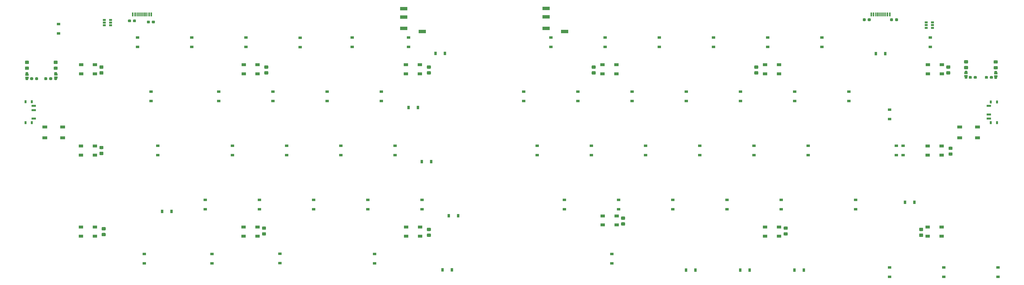
<source format=gbp>
%TF.GenerationSoftware,KiCad,Pcbnew,(5.1.4-0)*%
%TF.CreationDate,2022-08-29T09:53:46-04:00*%
%TF.ProjectId,Marvelous65 Split,4d617276-656c-46f7-9573-36352053706c,rev?*%
%TF.SameCoordinates,Original*%
%TF.FileFunction,Paste,Bot*%
%TF.FilePolarity,Positive*%
%FSLAX46Y46*%
G04 Gerber Fmt 4.6, Leading zero omitted, Abs format (unit mm)*
G04 Created by KiCad (PCBNEW (5.1.4-0)) date 2022-08-29 09:53:46*
%MOMM*%
%LPD*%
G04 APERTURE LIST*
%ADD10R,1.143000X0.635000*%
%ADD11R,1.500000X0.700000*%
%ADD12R,0.800000X1.000000*%
%ADD13R,1.060000X0.650000*%
%ADD14R,1.700000X1.000000*%
%ADD15C,0.100000*%
%ADD16C,0.950000*%
%ADD17R,2.500000X1.200000*%
%ADD18R,0.300000X1.450000*%
%ADD19R,0.600000X1.450000*%
%ADD20R,1.500000X1.000000*%
%ADD21R,0.900000X1.200000*%
%ADD22R,1.200000X0.900000*%
%ADD23C,1.150000*%
G04 APERTURE END LIST*
D10*
%TO.C,JP4*%
X-10072385Y97736165D03*
X-10072385Y96735405D03*
%TD*%
%TO.C,JP3*%
X-20222385Y97626165D03*
X-20222385Y96625405D03*
%TD*%
%TO.C,JP2*%
X309857615Y97275405D03*
X309857615Y98276165D03*
%TD*%
%TO.C,JP1*%
X320367615Y97135405D03*
X320367615Y98136165D03*
%TD*%
D11*
%TO.C,SW6*%
X-17843635Y82235405D03*
X-17843635Y85235405D03*
X-17843635Y86735405D03*
D12*
X-20703635Y80835405D03*
X-20703635Y88135405D03*
X-18493635Y88135405D03*
X-18493635Y80835405D03*
%TD*%
D13*
%TO.C,U4*%
X6994450Y115092405D03*
X6994450Y116042405D03*
X6994450Y116992405D03*
X9194450Y116992405D03*
X9194450Y115092405D03*
X9194450Y116042405D03*
%TD*%
D14*
%TO.C,SW4*%
X-13933635Y75485405D03*
X-7633635Y75485405D03*
X-13933635Y79285405D03*
X-7633635Y79285405D03*
%TD*%
D15*
%TO.C,R12*%
G36*
X-9851021Y96860011D02*
G01*
X-9827966Y96856592D01*
X-9805357Y96850928D01*
X-9783413Y96843076D01*
X-9762343Y96833111D01*
X-9742352Y96821129D01*
X-9723632Y96807245D01*
X-9706362Y96791593D01*
X-9690710Y96774323D01*
X-9676826Y96755603D01*
X-9664844Y96735612D01*
X-9654879Y96714542D01*
X-9647027Y96692598D01*
X-9641363Y96669989D01*
X-9637944Y96646934D01*
X-9636800Y96623655D01*
X-9636800Y96048655D01*
X-9637944Y96025376D01*
X-9641363Y96002321D01*
X-9647027Y95979712D01*
X-9654879Y95957768D01*
X-9664844Y95936698D01*
X-9676826Y95916707D01*
X-9690710Y95897987D01*
X-9706362Y95880717D01*
X-9723632Y95865065D01*
X-9742352Y95851181D01*
X-9762343Y95839199D01*
X-9783413Y95829234D01*
X-9805357Y95821382D01*
X-9827966Y95815718D01*
X-9851021Y95812299D01*
X-9874300Y95811155D01*
X-10349300Y95811155D01*
X-10372579Y95812299D01*
X-10395634Y95815718D01*
X-10418243Y95821382D01*
X-10440187Y95829234D01*
X-10461257Y95839199D01*
X-10481248Y95851181D01*
X-10499968Y95865065D01*
X-10517238Y95880717D01*
X-10532890Y95897987D01*
X-10546774Y95916707D01*
X-10558756Y95936698D01*
X-10568721Y95957768D01*
X-10576573Y95979712D01*
X-10582237Y96002321D01*
X-10585656Y96025376D01*
X-10586800Y96048655D01*
X-10586800Y96623655D01*
X-10585656Y96646934D01*
X-10582237Y96669989D01*
X-10576573Y96692598D01*
X-10568721Y96714542D01*
X-10558756Y96735612D01*
X-10546774Y96755603D01*
X-10532890Y96774323D01*
X-10517238Y96791593D01*
X-10499968Y96807245D01*
X-10481248Y96821129D01*
X-10461257Y96833111D01*
X-10440187Y96843076D01*
X-10418243Y96850928D01*
X-10395634Y96856592D01*
X-10372579Y96860011D01*
X-10349300Y96861155D01*
X-9874300Y96861155D01*
X-9851021Y96860011D01*
X-9851021Y96860011D01*
G37*
D16*
X-10111800Y96336155D03*
D15*
G36*
X-9851021Y98610011D02*
G01*
X-9827966Y98606592D01*
X-9805357Y98600928D01*
X-9783413Y98593076D01*
X-9762343Y98583111D01*
X-9742352Y98571129D01*
X-9723632Y98557245D01*
X-9706362Y98541593D01*
X-9690710Y98524323D01*
X-9676826Y98505603D01*
X-9664844Y98485612D01*
X-9654879Y98464542D01*
X-9647027Y98442598D01*
X-9641363Y98419989D01*
X-9637944Y98396934D01*
X-9636800Y98373655D01*
X-9636800Y97798655D01*
X-9637944Y97775376D01*
X-9641363Y97752321D01*
X-9647027Y97729712D01*
X-9654879Y97707768D01*
X-9664844Y97686698D01*
X-9676826Y97666707D01*
X-9690710Y97647987D01*
X-9706362Y97630717D01*
X-9723632Y97615065D01*
X-9742352Y97601181D01*
X-9762343Y97589199D01*
X-9783413Y97579234D01*
X-9805357Y97571382D01*
X-9827966Y97565718D01*
X-9851021Y97562299D01*
X-9874300Y97561155D01*
X-10349300Y97561155D01*
X-10372579Y97562299D01*
X-10395634Y97565718D01*
X-10418243Y97571382D01*
X-10440187Y97579234D01*
X-10461257Y97589199D01*
X-10481248Y97601181D01*
X-10499968Y97615065D01*
X-10517238Y97630717D01*
X-10532890Y97647987D01*
X-10546774Y97666707D01*
X-10558756Y97686698D01*
X-10568721Y97707768D01*
X-10576573Y97729712D01*
X-10582237Y97752321D01*
X-10585656Y97775376D01*
X-10586800Y97798655D01*
X-10586800Y98373655D01*
X-10585656Y98396934D01*
X-10582237Y98419989D01*
X-10576573Y98442598D01*
X-10568721Y98464542D01*
X-10558756Y98485612D01*
X-10546774Y98505603D01*
X-10532890Y98524323D01*
X-10517238Y98541593D01*
X-10499968Y98557245D01*
X-10481248Y98571129D01*
X-10461257Y98583111D01*
X-10440187Y98593076D01*
X-10418243Y98600928D01*
X-10395634Y98606592D01*
X-10372579Y98610011D01*
X-10349300Y98611155D01*
X-9874300Y98611155D01*
X-9851021Y98610011D01*
X-9851021Y98610011D01*
G37*
D16*
X-10111800Y98086155D03*
%TD*%
D15*
%TO.C,R11*%
G36*
X-11544771Y96767261D02*
G01*
X-11521716Y96763842D01*
X-11499107Y96758178D01*
X-11477163Y96750326D01*
X-11456093Y96740361D01*
X-11436102Y96728379D01*
X-11417382Y96714495D01*
X-11400112Y96698843D01*
X-11384460Y96681573D01*
X-11370576Y96662853D01*
X-11358594Y96642862D01*
X-11348629Y96621792D01*
X-11340777Y96599848D01*
X-11335113Y96577239D01*
X-11331694Y96554184D01*
X-11330550Y96530905D01*
X-11330550Y96055905D01*
X-11331694Y96032626D01*
X-11335113Y96009571D01*
X-11340777Y95986962D01*
X-11348629Y95965018D01*
X-11358594Y95943948D01*
X-11370576Y95923957D01*
X-11384460Y95905237D01*
X-11400112Y95887967D01*
X-11417382Y95872315D01*
X-11436102Y95858431D01*
X-11456093Y95846449D01*
X-11477163Y95836484D01*
X-11499107Y95828632D01*
X-11521716Y95822968D01*
X-11544771Y95819549D01*
X-11568050Y95818405D01*
X-12143050Y95818405D01*
X-12166329Y95819549D01*
X-12189384Y95822968D01*
X-12211993Y95828632D01*
X-12233937Y95836484D01*
X-12255007Y95846449D01*
X-12274998Y95858431D01*
X-12293718Y95872315D01*
X-12310988Y95887967D01*
X-12326640Y95905237D01*
X-12340524Y95923957D01*
X-12352506Y95943948D01*
X-12362471Y95965018D01*
X-12370323Y95986962D01*
X-12375987Y96009571D01*
X-12379406Y96032626D01*
X-12380550Y96055905D01*
X-12380550Y96530905D01*
X-12379406Y96554184D01*
X-12375987Y96577239D01*
X-12370323Y96599848D01*
X-12362471Y96621792D01*
X-12352506Y96642862D01*
X-12340524Y96662853D01*
X-12326640Y96681573D01*
X-12310988Y96698843D01*
X-12293718Y96714495D01*
X-12274998Y96728379D01*
X-12255007Y96740361D01*
X-12233937Y96750326D01*
X-12211993Y96758178D01*
X-12189384Y96763842D01*
X-12166329Y96767261D01*
X-12143050Y96768405D01*
X-11568050Y96768405D01*
X-11544771Y96767261D01*
X-11544771Y96767261D01*
G37*
D16*
X-11855550Y96293405D03*
D15*
G36*
X-13294771Y96767261D02*
G01*
X-13271716Y96763842D01*
X-13249107Y96758178D01*
X-13227163Y96750326D01*
X-13206093Y96740361D01*
X-13186102Y96728379D01*
X-13167382Y96714495D01*
X-13150112Y96698843D01*
X-13134460Y96681573D01*
X-13120576Y96662853D01*
X-13108594Y96642862D01*
X-13098629Y96621792D01*
X-13090777Y96599848D01*
X-13085113Y96577239D01*
X-13081694Y96554184D01*
X-13080550Y96530905D01*
X-13080550Y96055905D01*
X-13081694Y96032626D01*
X-13085113Y96009571D01*
X-13090777Y95986962D01*
X-13098629Y95965018D01*
X-13108594Y95943948D01*
X-13120576Y95923957D01*
X-13134460Y95905237D01*
X-13150112Y95887967D01*
X-13167382Y95872315D01*
X-13186102Y95858431D01*
X-13206093Y95846449D01*
X-13227163Y95836484D01*
X-13249107Y95828632D01*
X-13271716Y95822968D01*
X-13294771Y95819549D01*
X-13318050Y95818405D01*
X-13893050Y95818405D01*
X-13916329Y95819549D01*
X-13939384Y95822968D01*
X-13961993Y95828632D01*
X-13983937Y95836484D01*
X-14005007Y95846449D01*
X-14024998Y95858431D01*
X-14043718Y95872315D01*
X-14060988Y95887967D01*
X-14076640Y95905237D01*
X-14090524Y95923957D01*
X-14102506Y95943948D01*
X-14112471Y95965018D01*
X-14120323Y95986962D01*
X-14125987Y96009571D01*
X-14129406Y96032626D01*
X-14130550Y96055905D01*
X-14130550Y96530905D01*
X-14129406Y96554184D01*
X-14125987Y96577239D01*
X-14120323Y96599848D01*
X-14112471Y96621792D01*
X-14102506Y96642862D01*
X-14090524Y96662853D01*
X-14076640Y96681573D01*
X-14060988Y96698843D01*
X-14043718Y96714495D01*
X-14024998Y96728379D01*
X-14005007Y96740361D01*
X-13983937Y96750326D01*
X-13961993Y96758178D01*
X-13939384Y96763842D01*
X-13916329Y96767261D01*
X-13893050Y96768405D01*
X-13318050Y96768405D01*
X-13294771Y96767261D01*
X-13294771Y96767261D01*
G37*
D16*
X-13605550Y96293405D03*
%TD*%
D15*
%TO.C,R10*%
G36*
X-18244771Y96767261D02*
G01*
X-18221716Y96763842D01*
X-18199107Y96758178D01*
X-18177163Y96750326D01*
X-18156093Y96740361D01*
X-18136102Y96728379D01*
X-18117382Y96714495D01*
X-18100112Y96698843D01*
X-18084460Y96681573D01*
X-18070576Y96662853D01*
X-18058594Y96642862D01*
X-18048629Y96621792D01*
X-18040777Y96599848D01*
X-18035113Y96577239D01*
X-18031694Y96554184D01*
X-18030550Y96530905D01*
X-18030550Y96055905D01*
X-18031694Y96032626D01*
X-18035113Y96009571D01*
X-18040777Y95986962D01*
X-18048629Y95965018D01*
X-18058594Y95943948D01*
X-18070576Y95923957D01*
X-18084460Y95905237D01*
X-18100112Y95887967D01*
X-18117382Y95872315D01*
X-18136102Y95858431D01*
X-18156093Y95846449D01*
X-18177163Y95836484D01*
X-18199107Y95828632D01*
X-18221716Y95822968D01*
X-18244771Y95819549D01*
X-18268050Y95818405D01*
X-18843050Y95818405D01*
X-18866329Y95819549D01*
X-18889384Y95822968D01*
X-18911993Y95828632D01*
X-18933937Y95836484D01*
X-18955007Y95846449D01*
X-18974998Y95858431D01*
X-18993718Y95872315D01*
X-19010988Y95887967D01*
X-19026640Y95905237D01*
X-19040524Y95923957D01*
X-19052506Y95943948D01*
X-19062471Y95965018D01*
X-19070323Y95986962D01*
X-19075987Y96009571D01*
X-19079406Y96032626D01*
X-19080550Y96055905D01*
X-19080550Y96530905D01*
X-19079406Y96554184D01*
X-19075987Y96577239D01*
X-19070323Y96599848D01*
X-19062471Y96621792D01*
X-19052506Y96642862D01*
X-19040524Y96662853D01*
X-19026640Y96681573D01*
X-19010988Y96698843D01*
X-18993718Y96714495D01*
X-18974998Y96728379D01*
X-18955007Y96740361D01*
X-18933937Y96750326D01*
X-18911993Y96758178D01*
X-18889384Y96763842D01*
X-18866329Y96767261D01*
X-18843050Y96768405D01*
X-18268050Y96768405D01*
X-18244771Y96767261D01*
X-18244771Y96767261D01*
G37*
D16*
X-18555550Y96293405D03*
D15*
G36*
X-16494771Y96767261D02*
G01*
X-16471716Y96763842D01*
X-16449107Y96758178D01*
X-16427163Y96750326D01*
X-16406093Y96740361D01*
X-16386102Y96728379D01*
X-16367382Y96714495D01*
X-16350112Y96698843D01*
X-16334460Y96681573D01*
X-16320576Y96662853D01*
X-16308594Y96642862D01*
X-16298629Y96621792D01*
X-16290777Y96599848D01*
X-16285113Y96577239D01*
X-16281694Y96554184D01*
X-16280550Y96530905D01*
X-16280550Y96055905D01*
X-16281694Y96032626D01*
X-16285113Y96009571D01*
X-16290777Y95986962D01*
X-16298629Y95965018D01*
X-16308594Y95943948D01*
X-16320576Y95923957D01*
X-16334460Y95905237D01*
X-16350112Y95887967D01*
X-16367382Y95872315D01*
X-16386102Y95858431D01*
X-16406093Y95846449D01*
X-16427163Y95836484D01*
X-16449107Y95828632D01*
X-16471716Y95822968D01*
X-16494771Y95819549D01*
X-16518050Y95818405D01*
X-17093050Y95818405D01*
X-17116329Y95819549D01*
X-17139384Y95822968D01*
X-17161993Y95828632D01*
X-17183937Y95836484D01*
X-17205007Y95846449D01*
X-17224998Y95858431D01*
X-17243718Y95872315D01*
X-17260988Y95887967D01*
X-17276640Y95905237D01*
X-17290524Y95923957D01*
X-17302506Y95943948D01*
X-17312471Y95965018D01*
X-17320323Y95986962D01*
X-17325987Y96009571D01*
X-17329406Y96032626D01*
X-17330550Y96055905D01*
X-17330550Y96530905D01*
X-17329406Y96554184D01*
X-17325987Y96577239D01*
X-17320323Y96599848D01*
X-17312471Y96621792D01*
X-17302506Y96642862D01*
X-17290524Y96662853D01*
X-17276640Y96681573D01*
X-17260988Y96698843D01*
X-17243718Y96714495D01*
X-17224998Y96728379D01*
X-17205007Y96740361D01*
X-17183937Y96750326D01*
X-17161993Y96758178D01*
X-17139384Y96763842D01*
X-17116329Y96767261D01*
X-17093050Y96768405D01*
X-16518050Y96768405D01*
X-16494771Y96767261D01*
X-16494771Y96767261D01*
G37*
D16*
X-16805550Y96293405D03*
%TD*%
D15*
%TO.C,R9*%
G36*
X-19963521Y98610011D02*
G01*
X-19940466Y98606592D01*
X-19917857Y98600928D01*
X-19895913Y98593076D01*
X-19874843Y98583111D01*
X-19854852Y98571129D01*
X-19836132Y98557245D01*
X-19818862Y98541593D01*
X-19803210Y98524323D01*
X-19789326Y98505603D01*
X-19777344Y98485612D01*
X-19767379Y98464542D01*
X-19759527Y98442598D01*
X-19753863Y98419989D01*
X-19750444Y98396934D01*
X-19749300Y98373655D01*
X-19749300Y97798655D01*
X-19750444Y97775376D01*
X-19753863Y97752321D01*
X-19759527Y97729712D01*
X-19767379Y97707768D01*
X-19777344Y97686698D01*
X-19789326Y97666707D01*
X-19803210Y97647987D01*
X-19818862Y97630717D01*
X-19836132Y97615065D01*
X-19854852Y97601181D01*
X-19874843Y97589199D01*
X-19895913Y97579234D01*
X-19917857Y97571382D01*
X-19940466Y97565718D01*
X-19963521Y97562299D01*
X-19986800Y97561155D01*
X-20461800Y97561155D01*
X-20485079Y97562299D01*
X-20508134Y97565718D01*
X-20530743Y97571382D01*
X-20552687Y97579234D01*
X-20573757Y97589199D01*
X-20593748Y97601181D01*
X-20612468Y97615065D01*
X-20629738Y97630717D01*
X-20645390Y97647987D01*
X-20659274Y97666707D01*
X-20671256Y97686698D01*
X-20681221Y97707768D01*
X-20689073Y97729712D01*
X-20694737Y97752321D01*
X-20698156Y97775376D01*
X-20699300Y97798655D01*
X-20699300Y98373655D01*
X-20698156Y98396934D01*
X-20694737Y98419989D01*
X-20689073Y98442598D01*
X-20681221Y98464542D01*
X-20671256Y98485612D01*
X-20659274Y98505603D01*
X-20645390Y98524323D01*
X-20629738Y98541593D01*
X-20612468Y98557245D01*
X-20593748Y98571129D01*
X-20573757Y98583111D01*
X-20552687Y98593076D01*
X-20530743Y98600928D01*
X-20508134Y98606592D01*
X-20485079Y98610011D01*
X-20461800Y98611155D01*
X-19986800Y98611155D01*
X-19963521Y98610011D01*
X-19963521Y98610011D01*
G37*
D16*
X-20224300Y98086155D03*
D15*
G36*
X-19963521Y96860011D02*
G01*
X-19940466Y96856592D01*
X-19917857Y96850928D01*
X-19895913Y96843076D01*
X-19874843Y96833111D01*
X-19854852Y96821129D01*
X-19836132Y96807245D01*
X-19818862Y96791593D01*
X-19803210Y96774323D01*
X-19789326Y96755603D01*
X-19777344Y96735612D01*
X-19767379Y96714542D01*
X-19759527Y96692598D01*
X-19753863Y96669989D01*
X-19750444Y96646934D01*
X-19749300Y96623655D01*
X-19749300Y96048655D01*
X-19750444Y96025376D01*
X-19753863Y96002321D01*
X-19759527Y95979712D01*
X-19767379Y95957768D01*
X-19777344Y95936698D01*
X-19789326Y95916707D01*
X-19803210Y95897987D01*
X-19818862Y95880717D01*
X-19836132Y95865065D01*
X-19854852Y95851181D01*
X-19874843Y95839199D01*
X-19895913Y95829234D01*
X-19917857Y95821382D01*
X-19940466Y95815718D01*
X-19963521Y95812299D01*
X-19986800Y95811155D01*
X-20461800Y95811155D01*
X-20485079Y95812299D01*
X-20508134Y95815718D01*
X-20530743Y95821382D01*
X-20552687Y95829234D01*
X-20573757Y95839199D01*
X-20593748Y95851181D01*
X-20612468Y95865065D01*
X-20629738Y95880717D01*
X-20645390Y95897987D01*
X-20659274Y95916707D01*
X-20671256Y95936698D01*
X-20681221Y95957768D01*
X-20689073Y95979712D01*
X-20694737Y96002321D01*
X-20698156Y96025376D01*
X-20699300Y96048655D01*
X-20699300Y96623655D01*
X-20698156Y96646934D01*
X-20694737Y96669989D01*
X-20689073Y96692598D01*
X-20681221Y96714542D01*
X-20671256Y96735612D01*
X-20659274Y96755603D01*
X-20645390Y96774323D01*
X-20629738Y96791593D01*
X-20612468Y96807245D01*
X-20593748Y96821129D01*
X-20573757Y96833111D01*
X-20552687Y96843076D01*
X-20530743Y96850928D01*
X-20508134Y96856592D01*
X-20485079Y96860011D01*
X-20461800Y96861155D01*
X-19986800Y96861155D01*
X-19963521Y96860011D01*
X-19963521Y96860011D01*
G37*
D16*
X-20224300Y96336155D03*
%TD*%
D15*
%TO.C,R8*%
G36*
X24536479Y116735011D02*
G01*
X24559534Y116731592D01*
X24582143Y116725928D01*
X24604087Y116718076D01*
X24625157Y116708111D01*
X24645148Y116696129D01*
X24663868Y116682245D01*
X24681138Y116666593D01*
X24696790Y116649323D01*
X24710674Y116630603D01*
X24722656Y116610612D01*
X24732621Y116589542D01*
X24740473Y116567598D01*
X24746137Y116544989D01*
X24749556Y116521934D01*
X24750700Y116498655D01*
X24750700Y116023655D01*
X24749556Y116000376D01*
X24746137Y115977321D01*
X24740473Y115954712D01*
X24732621Y115932768D01*
X24722656Y115911698D01*
X24710674Y115891707D01*
X24696790Y115872987D01*
X24681138Y115855717D01*
X24663868Y115840065D01*
X24645148Y115826181D01*
X24625157Y115814199D01*
X24604087Y115804234D01*
X24582143Y115796382D01*
X24559534Y115790718D01*
X24536479Y115787299D01*
X24513200Y115786155D01*
X23938200Y115786155D01*
X23914921Y115787299D01*
X23891866Y115790718D01*
X23869257Y115796382D01*
X23847313Y115804234D01*
X23826243Y115814199D01*
X23806252Y115826181D01*
X23787532Y115840065D01*
X23770262Y115855717D01*
X23754610Y115872987D01*
X23740726Y115891707D01*
X23728744Y115911698D01*
X23718779Y115932768D01*
X23710927Y115954712D01*
X23705263Y115977321D01*
X23701844Y116000376D01*
X23700700Y116023655D01*
X23700700Y116498655D01*
X23701844Y116521934D01*
X23705263Y116544989D01*
X23710927Y116567598D01*
X23718779Y116589542D01*
X23728744Y116610612D01*
X23740726Y116630603D01*
X23754610Y116649323D01*
X23770262Y116666593D01*
X23787532Y116682245D01*
X23806252Y116696129D01*
X23826243Y116708111D01*
X23847313Y116718076D01*
X23869257Y116725928D01*
X23891866Y116731592D01*
X23914921Y116735011D01*
X23938200Y116736155D01*
X24513200Y116736155D01*
X24536479Y116735011D01*
X24536479Y116735011D01*
G37*
D16*
X24225700Y116261155D03*
D15*
G36*
X22786479Y116735011D02*
G01*
X22809534Y116731592D01*
X22832143Y116725928D01*
X22854087Y116718076D01*
X22875157Y116708111D01*
X22895148Y116696129D01*
X22913868Y116682245D01*
X22931138Y116666593D01*
X22946790Y116649323D01*
X22960674Y116630603D01*
X22972656Y116610612D01*
X22982621Y116589542D01*
X22990473Y116567598D01*
X22996137Y116544989D01*
X22999556Y116521934D01*
X23000700Y116498655D01*
X23000700Y116023655D01*
X22999556Y116000376D01*
X22996137Y115977321D01*
X22990473Y115954712D01*
X22982621Y115932768D01*
X22972656Y115911698D01*
X22960674Y115891707D01*
X22946790Y115872987D01*
X22931138Y115855717D01*
X22913868Y115840065D01*
X22895148Y115826181D01*
X22875157Y115814199D01*
X22854087Y115804234D01*
X22832143Y115796382D01*
X22809534Y115790718D01*
X22786479Y115787299D01*
X22763200Y115786155D01*
X22188200Y115786155D01*
X22164921Y115787299D01*
X22141866Y115790718D01*
X22119257Y115796382D01*
X22097313Y115804234D01*
X22076243Y115814199D01*
X22056252Y115826181D01*
X22037532Y115840065D01*
X22020262Y115855717D01*
X22004610Y115872987D01*
X21990726Y115891707D01*
X21978744Y115911698D01*
X21968779Y115932768D01*
X21960927Y115954712D01*
X21955263Y115977321D01*
X21951844Y116000376D01*
X21950700Y116023655D01*
X21950700Y116498655D01*
X21951844Y116521934D01*
X21955263Y116544989D01*
X21960927Y116567598D01*
X21968779Y116589542D01*
X21978744Y116610612D01*
X21990726Y116630603D01*
X22004610Y116649323D01*
X22020262Y116666593D01*
X22037532Y116682245D01*
X22056252Y116696129D01*
X22076243Y116708111D01*
X22097313Y116718076D01*
X22119257Y116725928D01*
X22141866Y116731592D01*
X22164921Y116735011D01*
X22188200Y116736155D01*
X22763200Y116736155D01*
X22786479Y116735011D01*
X22786479Y116735011D01*
G37*
D16*
X22475700Y116261155D03*
%TD*%
D15*
%TO.C,R7*%
G36*
X16155229Y117116261D02*
G01*
X16178284Y117112842D01*
X16200893Y117107178D01*
X16222837Y117099326D01*
X16243907Y117089361D01*
X16263898Y117077379D01*
X16282618Y117063495D01*
X16299888Y117047843D01*
X16315540Y117030573D01*
X16329424Y117011853D01*
X16341406Y116991862D01*
X16351371Y116970792D01*
X16359223Y116948848D01*
X16364887Y116926239D01*
X16368306Y116903184D01*
X16369450Y116879905D01*
X16369450Y116404905D01*
X16368306Y116381626D01*
X16364887Y116358571D01*
X16359223Y116335962D01*
X16351371Y116314018D01*
X16341406Y116292948D01*
X16329424Y116272957D01*
X16315540Y116254237D01*
X16299888Y116236967D01*
X16282618Y116221315D01*
X16263898Y116207431D01*
X16243907Y116195449D01*
X16222837Y116185484D01*
X16200893Y116177632D01*
X16178284Y116171968D01*
X16155229Y116168549D01*
X16131950Y116167405D01*
X15556950Y116167405D01*
X15533671Y116168549D01*
X15510616Y116171968D01*
X15488007Y116177632D01*
X15466063Y116185484D01*
X15444993Y116195449D01*
X15425002Y116207431D01*
X15406282Y116221315D01*
X15389012Y116236967D01*
X15373360Y116254237D01*
X15359476Y116272957D01*
X15347494Y116292948D01*
X15337529Y116314018D01*
X15329677Y116335962D01*
X15324013Y116358571D01*
X15320594Y116381626D01*
X15319450Y116404905D01*
X15319450Y116879905D01*
X15320594Y116903184D01*
X15324013Y116926239D01*
X15329677Y116948848D01*
X15337529Y116970792D01*
X15347494Y116991862D01*
X15359476Y117011853D01*
X15373360Y117030573D01*
X15389012Y117047843D01*
X15406282Y117063495D01*
X15425002Y117077379D01*
X15444993Y117089361D01*
X15466063Y117099326D01*
X15488007Y117107178D01*
X15510616Y117112842D01*
X15533671Y117116261D01*
X15556950Y117117405D01*
X16131950Y117117405D01*
X16155229Y117116261D01*
X16155229Y117116261D01*
G37*
D16*
X15844450Y116642405D03*
D15*
G36*
X17905229Y117116261D02*
G01*
X17928284Y117112842D01*
X17950893Y117107178D01*
X17972837Y117099326D01*
X17993907Y117089361D01*
X18013898Y117077379D01*
X18032618Y117063495D01*
X18049888Y117047843D01*
X18065540Y117030573D01*
X18079424Y117011853D01*
X18091406Y116991862D01*
X18101371Y116970792D01*
X18109223Y116948848D01*
X18114887Y116926239D01*
X18118306Y116903184D01*
X18119450Y116879905D01*
X18119450Y116404905D01*
X18118306Y116381626D01*
X18114887Y116358571D01*
X18109223Y116335962D01*
X18101371Y116314018D01*
X18091406Y116292948D01*
X18079424Y116272957D01*
X18065540Y116254237D01*
X18049888Y116236967D01*
X18032618Y116221315D01*
X18013898Y116207431D01*
X17993907Y116195449D01*
X17972837Y116185484D01*
X17950893Y116177632D01*
X17928284Y116171968D01*
X17905229Y116168549D01*
X17881950Y116167405D01*
X17306950Y116167405D01*
X17283671Y116168549D01*
X17260616Y116171968D01*
X17238007Y116177632D01*
X17216063Y116185484D01*
X17194993Y116195449D01*
X17175002Y116207431D01*
X17156282Y116221315D01*
X17139012Y116236967D01*
X17123360Y116254237D01*
X17109476Y116272957D01*
X17097494Y116292948D01*
X17087529Y116314018D01*
X17079677Y116335962D01*
X17074013Y116358571D01*
X17070594Y116381626D01*
X17069450Y116404905D01*
X17069450Y116879905D01*
X17070594Y116903184D01*
X17074013Y116926239D01*
X17079677Y116948848D01*
X17087529Y116970792D01*
X17097494Y116991862D01*
X17109476Y117011853D01*
X17123360Y117030573D01*
X17139012Y117047843D01*
X17156282Y117063495D01*
X17175002Y117077379D01*
X17194993Y117089361D01*
X17216063Y117099326D01*
X17238007Y117107178D01*
X17260616Y117112842D01*
X17283671Y117116261D01*
X17306950Y117117405D01*
X17881950Y117117405D01*
X17905229Y117116261D01*
X17905229Y117116261D01*
G37*
D16*
X17594450Y116642405D03*
%TD*%
D17*
%TO.C,J7*%
X118754450Y112877405D03*
X112254450Y113977405D03*
X112254450Y117977405D03*
X112254450Y120977405D03*
%TD*%
D18*
%TO.C,J5*%
X20004450Y118872405D03*
X22004450Y118872405D03*
X21504450Y118872405D03*
X21004450Y118872405D03*
X20504450Y118872405D03*
X19504450Y118872405D03*
X19004450Y118872405D03*
X18504450Y118872405D03*
D19*
X23504450Y118872405D03*
X22704450Y118872405D03*
X17804450Y118872405D03*
X17004450Y118872405D03*
X17004450Y118872405D03*
X17804450Y118872405D03*
X22704450Y118872405D03*
X23504450Y118872405D03*
%TD*%
D20*
%TO.C,D84*%
X3656950Y72617405D03*
X3656950Y69417405D03*
X-1243050Y72617405D03*
X-1243050Y69417405D03*
%TD*%
%TO.C,D83*%
X3656950Y44042405D03*
X3656950Y40842405D03*
X-1243050Y44042405D03*
X-1243050Y40842405D03*
%TD*%
%TO.C,D82*%
X3725700Y101204905D03*
X3725700Y98004905D03*
X-1174300Y101204905D03*
X-1174300Y98004905D03*
%TD*%
D21*
%TO.C,D81*%
X128081365Y48001655D03*
X131381365Y48001655D03*
%TD*%
%TO.C,D80*%
X123381365Y105151655D03*
X126681365Y105151655D03*
%TD*%
%TO.C,D79*%
X125825115Y28951655D03*
X129125115Y28951655D03*
%TD*%
D22*
%TO.C,D78*%
X118681950Y50317405D03*
X118681950Y53617405D03*
%TD*%
D21*
%TO.C,D77*%
X118556365Y67051655D03*
X121856365Y67051655D03*
%TD*%
%TO.C,D76*%
X113918865Y86101655D03*
X117218865Y86101655D03*
%TD*%
D22*
%TO.C,D75*%
X113919450Y107467405D03*
X113919450Y110767405D03*
%TD*%
D20*
%TO.C,D74*%
X60806950Y44042405D03*
X60806950Y40842405D03*
X55906950Y44042405D03*
X55906950Y40842405D03*
%TD*%
%TO.C,D73*%
X60875700Y101179905D03*
X60875700Y97979905D03*
X55975700Y101179905D03*
X55975700Y97979905D03*
%TD*%
D22*
%TO.C,D72*%
X102013200Y31267405D03*
X102013200Y34567405D03*
%TD*%
%TO.C,D71*%
X99631950Y50317405D03*
X99631950Y53617405D03*
%TD*%
%TO.C,D70*%
X109156950Y69367405D03*
X109156950Y72667405D03*
%TD*%
%TO.C,D69*%
X104394450Y88417405D03*
X104394450Y91717405D03*
%TD*%
%TO.C,D68*%
X94075700Y107467405D03*
X94075700Y110767405D03*
%TD*%
%TO.C,D67*%
X80581950Y50317405D03*
X80581950Y53617405D03*
%TD*%
%TO.C,D66*%
X90106950Y69367405D03*
X90106950Y72667405D03*
%TD*%
%TO.C,D65*%
X85344450Y88417405D03*
X85344450Y91717405D03*
%TD*%
%TO.C,D64*%
X75819450Y107404905D03*
X75819450Y110704905D03*
%TD*%
%TO.C,D63*%
X68675700Y31329905D03*
X68675700Y34629905D03*
%TD*%
%TO.C,D62*%
X61531950Y50317405D03*
X61531950Y53617405D03*
%TD*%
%TO.C,D61*%
X71056950Y69367405D03*
X71056950Y72667405D03*
%TD*%
%TO.C,D60*%
X66294450Y88417405D03*
X66294450Y91717405D03*
%TD*%
%TO.C,D59*%
X56769450Y107467405D03*
X56769450Y110767405D03*
%TD*%
D20*
%TO.C,D58*%
X117956950Y44042405D03*
X117956950Y40842405D03*
X113056950Y44042405D03*
X113056950Y40842405D03*
%TD*%
%TO.C,D57*%
X117888200Y101179905D03*
X117888200Y97979905D03*
X112988200Y101179905D03*
X112988200Y97979905D03*
%TD*%
D22*
%TO.C,D56*%
X44863200Y31267405D03*
X44863200Y34567405D03*
%TD*%
%TO.C,D55*%
X42481950Y50317405D03*
X42481950Y53617405D03*
%TD*%
%TO.C,D54*%
X52006950Y69367405D03*
X52006950Y72667405D03*
%TD*%
%TO.C,D53*%
X47244450Y88417405D03*
X47244450Y91717405D03*
%TD*%
%TO.C,D52*%
X37719450Y107467405D03*
X37719450Y110767405D03*
%TD*%
%TO.C,D51*%
X21050700Y31267405D03*
X21050700Y34567405D03*
%TD*%
D21*
%TO.C,D50*%
X30638200Y49586155D03*
X27338200Y49586155D03*
%TD*%
D22*
%TO.C,D49*%
X25813200Y69367405D03*
X25813200Y72667405D03*
%TD*%
%TO.C,D48*%
X23431950Y88417405D03*
X23431950Y91717405D03*
%TD*%
%TO.C,D47*%
X18669450Y107467405D03*
X18669450Y110767405D03*
%TD*%
%TO.C,D46*%
X-9111800Y112229905D03*
X-9111800Y115529905D03*
%TD*%
D15*
%TO.C,C18*%
G36*
X-9637295Y100566201D02*
G01*
X-9613027Y100562601D01*
X-9589228Y100556640D01*
X-9566129Y100548375D01*
X-9543950Y100537885D01*
X-9522907Y100525273D01*
X-9503201Y100510658D01*
X-9485023Y100494182D01*
X-9468547Y100476004D01*
X-9453932Y100456298D01*
X-9441320Y100435255D01*
X-9430830Y100413076D01*
X-9422565Y100389977D01*
X-9416604Y100366178D01*
X-9413004Y100341910D01*
X-9411800Y100317406D01*
X-9411800Y99667404D01*
X-9413004Y99642900D01*
X-9416604Y99618632D01*
X-9422565Y99594833D01*
X-9430830Y99571734D01*
X-9441320Y99549555D01*
X-9453932Y99528512D01*
X-9468547Y99508806D01*
X-9485023Y99490628D01*
X-9503201Y99474152D01*
X-9522907Y99459537D01*
X-9543950Y99446925D01*
X-9566129Y99436435D01*
X-9589228Y99428170D01*
X-9613027Y99422209D01*
X-9637295Y99418609D01*
X-9661799Y99417405D01*
X-10561801Y99417405D01*
X-10586305Y99418609D01*
X-10610573Y99422209D01*
X-10634372Y99428170D01*
X-10657471Y99436435D01*
X-10679650Y99446925D01*
X-10700693Y99459537D01*
X-10720399Y99474152D01*
X-10738577Y99490628D01*
X-10755053Y99508806D01*
X-10769668Y99528512D01*
X-10782280Y99549555D01*
X-10792770Y99571734D01*
X-10801035Y99594833D01*
X-10806996Y99618632D01*
X-10810596Y99642900D01*
X-10811800Y99667404D01*
X-10811800Y100317406D01*
X-10810596Y100341910D01*
X-10806996Y100366178D01*
X-10801035Y100389977D01*
X-10792770Y100413076D01*
X-10782280Y100435255D01*
X-10769668Y100456298D01*
X-10755053Y100476004D01*
X-10738577Y100494182D01*
X-10720399Y100510658D01*
X-10700693Y100525273D01*
X-10679650Y100537885D01*
X-10657471Y100548375D01*
X-10634372Y100556640D01*
X-10610573Y100562601D01*
X-10586305Y100566201D01*
X-10561801Y100567405D01*
X-9661799Y100567405D01*
X-9637295Y100566201D01*
X-9637295Y100566201D01*
G37*
D23*
X-10111800Y99992405D03*
D15*
G36*
X-9637295Y102616201D02*
G01*
X-9613027Y102612601D01*
X-9589228Y102606640D01*
X-9566129Y102598375D01*
X-9543950Y102587885D01*
X-9522907Y102575273D01*
X-9503201Y102560658D01*
X-9485023Y102544182D01*
X-9468547Y102526004D01*
X-9453932Y102506298D01*
X-9441320Y102485255D01*
X-9430830Y102463076D01*
X-9422565Y102439977D01*
X-9416604Y102416178D01*
X-9413004Y102391910D01*
X-9411800Y102367406D01*
X-9411800Y101717404D01*
X-9413004Y101692900D01*
X-9416604Y101668632D01*
X-9422565Y101644833D01*
X-9430830Y101621734D01*
X-9441320Y101599555D01*
X-9453932Y101578512D01*
X-9468547Y101558806D01*
X-9485023Y101540628D01*
X-9503201Y101524152D01*
X-9522907Y101509537D01*
X-9543950Y101496925D01*
X-9566129Y101486435D01*
X-9589228Y101478170D01*
X-9613027Y101472209D01*
X-9637295Y101468609D01*
X-9661799Y101467405D01*
X-10561801Y101467405D01*
X-10586305Y101468609D01*
X-10610573Y101472209D01*
X-10634372Y101478170D01*
X-10657471Y101486435D01*
X-10679650Y101496925D01*
X-10700693Y101509537D01*
X-10720399Y101524152D01*
X-10738577Y101540628D01*
X-10755053Y101558806D01*
X-10769668Y101578512D01*
X-10782280Y101599555D01*
X-10792770Y101621734D01*
X-10801035Y101644833D01*
X-10806996Y101668632D01*
X-10810596Y101692900D01*
X-10811800Y101717404D01*
X-10811800Y102367406D01*
X-10810596Y102391910D01*
X-10806996Y102416178D01*
X-10801035Y102439977D01*
X-10792770Y102463076D01*
X-10782280Y102485255D01*
X-10769668Y102506298D01*
X-10755053Y102526004D01*
X-10738577Y102544182D01*
X-10720399Y102560658D01*
X-10700693Y102575273D01*
X-10679650Y102587885D01*
X-10657471Y102598375D01*
X-10634372Y102606640D01*
X-10610573Y102612601D01*
X-10586305Y102616201D01*
X-10561801Y102617405D01*
X-9661799Y102617405D01*
X-9637295Y102616201D01*
X-9637295Y102616201D01*
G37*
D23*
X-10111800Y102042405D03*
%TD*%
D15*
%TO.C,C17*%
G36*
X121537705Y41759951D02*
G01*
X121561973Y41756351D01*
X121585772Y41750390D01*
X121608871Y41742125D01*
X121631050Y41731635D01*
X121652093Y41719023D01*
X121671799Y41704408D01*
X121689977Y41687932D01*
X121706453Y41669754D01*
X121721068Y41650048D01*
X121733680Y41629005D01*
X121744170Y41606826D01*
X121752435Y41583727D01*
X121758396Y41559928D01*
X121761996Y41535660D01*
X121763200Y41511156D01*
X121763200Y40861154D01*
X121761996Y40836650D01*
X121758396Y40812382D01*
X121752435Y40788583D01*
X121744170Y40765484D01*
X121733680Y40743305D01*
X121721068Y40722262D01*
X121706453Y40702556D01*
X121689977Y40684378D01*
X121671799Y40667902D01*
X121652093Y40653287D01*
X121631050Y40640675D01*
X121608871Y40630185D01*
X121585772Y40621920D01*
X121561973Y40615959D01*
X121537705Y40612359D01*
X121513201Y40611155D01*
X120613199Y40611155D01*
X120588695Y40612359D01*
X120564427Y40615959D01*
X120540628Y40621920D01*
X120517529Y40630185D01*
X120495350Y40640675D01*
X120474307Y40653287D01*
X120454601Y40667902D01*
X120436423Y40684378D01*
X120419947Y40702556D01*
X120405332Y40722262D01*
X120392720Y40743305D01*
X120382230Y40765484D01*
X120373965Y40788583D01*
X120368004Y40812382D01*
X120364404Y40836650D01*
X120363200Y40861154D01*
X120363200Y41511156D01*
X120364404Y41535660D01*
X120368004Y41559928D01*
X120373965Y41583727D01*
X120382230Y41606826D01*
X120392720Y41629005D01*
X120405332Y41650048D01*
X120419947Y41669754D01*
X120436423Y41687932D01*
X120454601Y41704408D01*
X120474307Y41719023D01*
X120495350Y41731635D01*
X120517529Y41742125D01*
X120540628Y41750390D01*
X120564427Y41756351D01*
X120588695Y41759951D01*
X120613199Y41761155D01*
X121513201Y41761155D01*
X121537705Y41759951D01*
X121537705Y41759951D01*
G37*
D23*
X121063200Y41186155D03*
D15*
G36*
X121537705Y43809951D02*
G01*
X121561973Y43806351D01*
X121585772Y43800390D01*
X121608871Y43792125D01*
X121631050Y43781635D01*
X121652093Y43769023D01*
X121671799Y43754408D01*
X121689977Y43737932D01*
X121706453Y43719754D01*
X121721068Y43700048D01*
X121733680Y43679005D01*
X121744170Y43656826D01*
X121752435Y43633727D01*
X121758396Y43609928D01*
X121761996Y43585660D01*
X121763200Y43561156D01*
X121763200Y42911154D01*
X121761996Y42886650D01*
X121758396Y42862382D01*
X121752435Y42838583D01*
X121744170Y42815484D01*
X121733680Y42793305D01*
X121721068Y42772262D01*
X121706453Y42752556D01*
X121689977Y42734378D01*
X121671799Y42717902D01*
X121652093Y42703287D01*
X121631050Y42690675D01*
X121608871Y42680185D01*
X121585772Y42671920D01*
X121561973Y42665959D01*
X121537705Y42662359D01*
X121513201Y42661155D01*
X120613199Y42661155D01*
X120588695Y42662359D01*
X120564427Y42665959D01*
X120540628Y42671920D01*
X120517529Y42680185D01*
X120495350Y42690675D01*
X120474307Y42703287D01*
X120454601Y42717902D01*
X120436423Y42734378D01*
X120419947Y42752556D01*
X120405332Y42772262D01*
X120392720Y42793305D01*
X120382230Y42815484D01*
X120373965Y42838583D01*
X120368004Y42862382D01*
X120364404Y42886650D01*
X120363200Y42911154D01*
X120363200Y43561156D01*
X120364404Y43585660D01*
X120368004Y43609928D01*
X120373965Y43633727D01*
X120382230Y43656826D01*
X120392720Y43679005D01*
X120405332Y43700048D01*
X120419947Y43719754D01*
X120436423Y43737932D01*
X120454601Y43754408D01*
X120474307Y43769023D01*
X120495350Y43781635D01*
X120517529Y43792125D01*
X120540628Y43800390D01*
X120564427Y43806351D01*
X120588695Y43809951D01*
X120613199Y43811155D01*
X121513201Y43811155D01*
X121537705Y43809951D01*
X121537705Y43809951D01*
G37*
D23*
X121063200Y43236155D03*
%TD*%
D15*
%TO.C,C16*%
G36*
X-19731045Y100566201D02*
G01*
X-19706777Y100562601D01*
X-19682978Y100556640D01*
X-19659879Y100548375D01*
X-19637700Y100537885D01*
X-19616657Y100525273D01*
X-19596951Y100510658D01*
X-19578773Y100494182D01*
X-19562297Y100476004D01*
X-19547682Y100456298D01*
X-19535070Y100435255D01*
X-19524580Y100413076D01*
X-19516315Y100389977D01*
X-19510354Y100366178D01*
X-19506754Y100341910D01*
X-19505550Y100317406D01*
X-19505550Y99667404D01*
X-19506754Y99642900D01*
X-19510354Y99618632D01*
X-19516315Y99594833D01*
X-19524580Y99571734D01*
X-19535070Y99549555D01*
X-19547682Y99528512D01*
X-19562297Y99508806D01*
X-19578773Y99490628D01*
X-19596951Y99474152D01*
X-19616657Y99459537D01*
X-19637700Y99446925D01*
X-19659879Y99436435D01*
X-19682978Y99428170D01*
X-19706777Y99422209D01*
X-19731045Y99418609D01*
X-19755549Y99417405D01*
X-20655551Y99417405D01*
X-20680055Y99418609D01*
X-20704323Y99422209D01*
X-20728122Y99428170D01*
X-20751221Y99436435D01*
X-20773400Y99446925D01*
X-20794443Y99459537D01*
X-20814149Y99474152D01*
X-20832327Y99490628D01*
X-20848803Y99508806D01*
X-20863418Y99528512D01*
X-20876030Y99549555D01*
X-20886520Y99571734D01*
X-20894785Y99594833D01*
X-20900746Y99618632D01*
X-20904346Y99642900D01*
X-20905550Y99667404D01*
X-20905550Y100317406D01*
X-20904346Y100341910D01*
X-20900746Y100366178D01*
X-20894785Y100389977D01*
X-20886520Y100413076D01*
X-20876030Y100435255D01*
X-20863418Y100456298D01*
X-20848803Y100476004D01*
X-20832327Y100494182D01*
X-20814149Y100510658D01*
X-20794443Y100525273D01*
X-20773400Y100537885D01*
X-20751221Y100548375D01*
X-20728122Y100556640D01*
X-20704323Y100562601D01*
X-20680055Y100566201D01*
X-20655551Y100567405D01*
X-19755549Y100567405D01*
X-19731045Y100566201D01*
X-19731045Y100566201D01*
G37*
D23*
X-20205550Y99992405D03*
D15*
G36*
X-19731045Y102616201D02*
G01*
X-19706777Y102612601D01*
X-19682978Y102606640D01*
X-19659879Y102598375D01*
X-19637700Y102587885D01*
X-19616657Y102575273D01*
X-19596951Y102560658D01*
X-19578773Y102544182D01*
X-19562297Y102526004D01*
X-19547682Y102506298D01*
X-19535070Y102485255D01*
X-19524580Y102463076D01*
X-19516315Y102439977D01*
X-19510354Y102416178D01*
X-19506754Y102391910D01*
X-19505550Y102367406D01*
X-19505550Y101717404D01*
X-19506754Y101692900D01*
X-19510354Y101668632D01*
X-19516315Y101644833D01*
X-19524580Y101621734D01*
X-19535070Y101599555D01*
X-19547682Y101578512D01*
X-19562297Y101558806D01*
X-19578773Y101540628D01*
X-19596951Y101524152D01*
X-19616657Y101509537D01*
X-19637700Y101496925D01*
X-19659879Y101486435D01*
X-19682978Y101478170D01*
X-19706777Y101472209D01*
X-19731045Y101468609D01*
X-19755549Y101467405D01*
X-20655551Y101467405D01*
X-20680055Y101468609D01*
X-20704323Y101472209D01*
X-20728122Y101478170D01*
X-20751221Y101486435D01*
X-20773400Y101496925D01*
X-20794443Y101509537D01*
X-20814149Y101524152D01*
X-20832327Y101540628D01*
X-20848803Y101558806D01*
X-20863418Y101578512D01*
X-20876030Y101599555D01*
X-20886520Y101621734D01*
X-20894785Y101644833D01*
X-20900746Y101668632D01*
X-20904346Y101692900D01*
X-20905550Y101717404D01*
X-20905550Y102367406D01*
X-20904346Y102391910D01*
X-20900746Y102416178D01*
X-20894785Y102439977D01*
X-20886520Y102463076D01*
X-20876030Y102485255D01*
X-20863418Y102506298D01*
X-20848803Y102526004D01*
X-20832327Y102544182D01*
X-20814149Y102560658D01*
X-20794443Y102575273D01*
X-20773400Y102587885D01*
X-20751221Y102598375D01*
X-20728122Y102606640D01*
X-20704323Y102612601D01*
X-20680055Y102616201D01*
X-20655551Y102617405D01*
X-19755549Y102617405D01*
X-19731045Y102616201D01*
X-19731045Y102616201D01*
G37*
D23*
X-20205550Y102042405D03*
%TD*%
D15*
%TO.C,C15*%
G36*
X64387705Y98909951D02*
G01*
X64411973Y98906351D01*
X64435772Y98900390D01*
X64458871Y98892125D01*
X64481050Y98881635D01*
X64502093Y98869023D01*
X64521799Y98854408D01*
X64539977Y98837932D01*
X64556453Y98819754D01*
X64571068Y98800048D01*
X64583680Y98779005D01*
X64594170Y98756826D01*
X64602435Y98733727D01*
X64608396Y98709928D01*
X64611996Y98685660D01*
X64613200Y98661156D01*
X64613200Y98011154D01*
X64611996Y97986650D01*
X64608396Y97962382D01*
X64602435Y97938583D01*
X64594170Y97915484D01*
X64583680Y97893305D01*
X64571068Y97872262D01*
X64556453Y97852556D01*
X64539977Y97834378D01*
X64521799Y97817902D01*
X64502093Y97803287D01*
X64481050Y97790675D01*
X64458871Y97780185D01*
X64435772Y97771920D01*
X64411973Y97765959D01*
X64387705Y97762359D01*
X64363201Y97761155D01*
X63463199Y97761155D01*
X63438695Y97762359D01*
X63414427Y97765959D01*
X63390628Y97771920D01*
X63367529Y97780185D01*
X63345350Y97790675D01*
X63324307Y97803287D01*
X63304601Y97817902D01*
X63286423Y97834378D01*
X63269947Y97852556D01*
X63255332Y97872262D01*
X63242720Y97893305D01*
X63232230Y97915484D01*
X63223965Y97938583D01*
X63218004Y97962382D01*
X63214404Y97986650D01*
X63213200Y98011154D01*
X63213200Y98661156D01*
X63214404Y98685660D01*
X63218004Y98709928D01*
X63223965Y98733727D01*
X63232230Y98756826D01*
X63242720Y98779005D01*
X63255332Y98800048D01*
X63269947Y98819754D01*
X63286423Y98837932D01*
X63304601Y98854408D01*
X63324307Y98869023D01*
X63345350Y98881635D01*
X63367529Y98892125D01*
X63390628Y98900390D01*
X63414427Y98906351D01*
X63438695Y98909951D01*
X63463199Y98911155D01*
X64363201Y98911155D01*
X64387705Y98909951D01*
X64387705Y98909951D01*
G37*
D23*
X63913200Y98336155D03*
D15*
G36*
X64387705Y100959951D02*
G01*
X64411973Y100956351D01*
X64435772Y100950390D01*
X64458871Y100942125D01*
X64481050Y100931635D01*
X64502093Y100919023D01*
X64521799Y100904408D01*
X64539977Y100887932D01*
X64556453Y100869754D01*
X64571068Y100850048D01*
X64583680Y100829005D01*
X64594170Y100806826D01*
X64602435Y100783727D01*
X64608396Y100759928D01*
X64611996Y100735660D01*
X64613200Y100711156D01*
X64613200Y100061154D01*
X64611996Y100036650D01*
X64608396Y100012382D01*
X64602435Y99988583D01*
X64594170Y99965484D01*
X64583680Y99943305D01*
X64571068Y99922262D01*
X64556453Y99902556D01*
X64539977Y99884378D01*
X64521799Y99867902D01*
X64502093Y99853287D01*
X64481050Y99840675D01*
X64458871Y99830185D01*
X64435772Y99821920D01*
X64411973Y99815959D01*
X64387705Y99812359D01*
X64363201Y99811155D01*
X63463199Y99811155D01*
X63438695Y99812359D01*
X63414427Y99815959D01*
X63390628Y99821920D01*
X63367529Y99830185D01*
X63345350Y99840675D01*
X63324307Y99853287D01*
X63304601Y99867902D01*
X63286423Y99884378D01*
X63269947Y99902556D01*
X63255332Y99922262D01*
X63242720Y99943305D01*
X63232230Y99965484D01*
X63223965Y99988583D01*
X63218004Y100012382D01*
X63214404Y100036650D01*
X63213200Y100061154D01*
X63213200Y100711156D01*
X63214404Y100735660D01*
X63218004Y100759928D01*
X63223965Y100783727D01*
X63232230Y100806826D01*
X63242720Y100829005D01*
X63255332Y100850048D01*
X63269947Y100869754D01*
X63286423Y100887932D01*
X63304601Y100904408D01*
X63324307Y100919023D01*
X63345350Y100931635D01*
X63367529Y100942125D01*
X63390628Y100950390D01*
X63414427Y100956351D01*
X63438695Y100959951D01*
X63463199Y100961155D01*
X64363201Y100961155D01*
X64387705Y100959951D01*
X64387705Y100959951D01*
G37*
D23*
X63913200Y100386155D03*
%TD*%
D15*
%TO.C,C14*%
G36*
X7237705Y44041201D02*
G01*
X7261973Y44037601D01*
X7285772Y44031640D01*
X7308871Y44023375D01*
X7331050Y44012885D01*
X7352093Y44000273D01*
X7371799Y43985658D01*
X7389977Y43969182D01*
X7406453Y43951004D01*
X7421068Y43931298D01*
X7433680Y43910255D01*
X7444170Y43888076D01*
X7452435Y43864977D01*
X7458396Y43841178D01*
X7461996Y43816910D01*
X7463200Y43792406D01*
X7463200Y43142404D01*
X7461996Y43117900D01*
X7458396Y43093632D01*
X7452435Y43069833D01*
X7444170Y43046734D01*
X7433680Y43024555D01*
X7421068Y43003512D01*
X7406453Y42983806D01*
X7389977Y42965628D01*
X7371799Y42949152D01*
X7352093Y42934537D01*
X7331050Y42921925D01*
X7308871Y42911435D01*
X7285772Y42903170D01*
X7261973Y42897209D01*
X7237705Y42893609D01*
X7213201Y42892405D01*
X6313199Y42892405D01*
X6288695Y42893609D01*
X6264427Y42897209D01*
X6240628Y42903170D01*
X6217529Y42911435D01*
X6195350Y42921925D01*
X6174307Y42934537D01*
X6154601Y42949152D01*
X6136423Y42965628D01*
X6119947Y42983806D01*
X6105332Y43003512D01*
X6092720Y43024555D01*
X6082230Y43046734D01*
X6073965Y43069833D01*
X6068004Y43093632D01*
X6064404Y43117900D01*
X6063200Y43142404D01*
X6063200Y43792406D01*
X6064404Y43816910D01*
X6068004Y43841178D01*
X6073965Y43864977D01*
X6082230Y43888076D01*
X6092720Y43910255D01*
X6105332Y43931298D01*
X6119947Y43951004D01*
X6136423Y43969182D01*
X6154601Y43985658D01*
X6174307Y44000273D01*
X6195350Y44012885D01*
X6217529Y44023375D01*
X6240628Y44031640D01*
X6264427Y44037601D01*
X6288695Y44041201D01*
X6313199Y44042405D01*
X7213201Y44042405D01*
X7237705Y44041201D01*
X7237705Y44041201D01*
G37*
D23*
X6763200Y43467405D03*
D15*
G36*
X7237705Y41991201D02*
G01*
X7261973Y41987601D01*
X7285772Y41981640D01*
X7308871Y41973375D01*
X7331050Y41962885D01*
X7352093Y41950273D01*
X7371799Y41935658D01*
X7389977Y41919182D01*
X7406453Y41901004D01*
X7421068Y41881298D01*
X7433680Y41860255D01*
X7444170Y41838076D01*
X7452435Y41814977D01*
X7458396Y41791178D01*
X7461996Y41766910D01*
X7463200Y41742406D01*
X7463200Y41092404D01*
X7461996Y41067900D01*
X7458396Y41043632D01*
X7452435Y41019833D01*
X7444170Y40996734D01*
X7433680Y40974555D01*
X7421068Y40953512D01*
X7406453Y40933806D01*
X7389977Y40915628D01*
X7371799Y40899152D01*
X7352093Y40884537D01*
X7331050Y40871925D01*
X7308871Y40861435D01*
X7285772Y40853170D01*
X7261973Y40847209D01*
X7237705Y40843609D01*
X7213201Y40842405D01*
X6313199Y40842405D01*
X6288695Y40843609D01*
X6264427Y40847209D01*
X6240628Y40853170D01*
X6217529Y40861435D01*
X6195350Y40871925D01*
X6174307Y40884537D01*
X6154601Y40899152D01*
X6136423Y40915628D01*
X6119947Y40933806D01*
X6105332Y40953512D01*
X6092720Y40974555D01*
X6082230Y40996734D01*
X6073965Y41019833D01*
X6068004Y41043632D01*
X6064404Y41067900D01*
X6063200Y41092404D01*
X6063200Y41742406D01*
X6064404Y41766910D01*
X6068004Y41791178D01*
X6073965Y41814977D01*
X6082230Y41838076D01*
X6092720Y41860255D01*
X6105332Y41881298D01*
X6119947Y41901004D01*
X6136423Y41919182D01*
X6154601Y41935658D01*
X6174307Y41950273D01*
X6195350Y41962885D01*
X6217529Y41973375D01*
X6240628Y41981640D01*
X6264427Y41987601D01*
X6288695Y41991201D01*
X6313199Y41992405D01*
X7213201Y41992405D01*
X7237705Y41991201D01*
X7237705Y41991201D01*
G37*
D23*
X6763200Y41417405D03*
%TD*%
D15*
%TO.C,C13*%
G36*
X63593955Y42222451D02*
G01*
X63618223Y42218851D01*
X63642022Y42212890D01*
X63665121Y42204625D01*
X63687300Y42194135D01*
X63708343Y42181523D01*
X63728049Y42166908D01*
X63746227Y42150432D01*
X63762703Y42132254D01*
X63777318Y42112548D01*
X63789930Y42091505D01*
X63800420Y42069326D01*
X63808685Y42046227D01*
X63814646Y42022428D01*
X63818246Y41998160D01*
X63819450Y41973656D01*
X63819450Y41323654D01*
X63818246Y41299150D01*
X63814646Y41274882D01*
X63808685Y41251083D01*
X63800420Y41227984D01*
X63789930Y41205805D01*
X63777318Y41184762D01*
X63762703Y41165056D01*
X63746227Y41146878D01*
X63728049Y41130402D01*
X63708343Y41115787D01*
X63687300Y41103175D01*
X63665121Y41092685D01*
X63642022Y41084420D01*
X63618223Y41078459D01*
X63593955Y41074859D01*
X63569451Y41073655D01*
X62669449Y41073655D01*
X62644945Y41074859D01*
X62620677Y41078459D01*
X62596878Y41084420D01*
X62573779Y41092685D01*
X62551600Y41103175D01*
X62530557Y41115787D01*
X62510851Y41130402D01*
X62492673Y41146878D01*
X62476197Y41165056D01*
X62461582Y41184762D01*
X62448970Y41205805D01*
X62438480Y41227984D01*
X62430215Y41251083D01*
X62424254Y41274882D01*
X62420654Y41299150D01*
X62419450Y41323654D01*
X62419450Y41973656D01*
X62420654Y41998160D01*
X62424254Y42022428D01*
X62430215Y42046227D01*
X62438480Y42069326D01*
X62448970Y42091505D01*
X62461582Y42112548D01*
X62476197Y42132254D01*
X62492673Y42150432D01*
X62510851Y42166908D01*
X62530557Y42181523D01*
X62551600Y42194135D01*
X62573779Y42204625D01*
X62596878Y42212890D01*
X62620677Y42218851D01*
X62644945Y42222451D01*
X62669449Y42223655D01*
X63569451Y42223655D01*
X63593955Y42222451D01*
X63593955Y42222451D01*
G37*
D23*
X63119450Y41648655D03*
D15*
G36*
X63593955Y44272451D02*
G01*
X63618223Y44268851D01*
X63642022Y44262890D01*
X63665121Y44254625D01*
X63687300Y44244135D01*
X63708343Y44231523D01*
X63728049Y44216908D01*
X63746227Y44200432D01*
X63762703Y44182254D01*
X63777318Y44162548D01*
X63789930Y44141505D01*
X63800420Y44119326D01*
X63808685Y44096227D01*
X63814646Y44072428D01*
X63818246Y44048160D01*
X63819450Y44023656D01*
X63819450Y43373654D01*
X63818246Y43349150D01*
X63814646Y43324882D01*
X63808685Y43301083D01*
X63800420Y43277984D01*
X63789930Y43255805D01*
X63777318Y43234762D01*
X63762703Y43215056D01*
X63746227Y43196878D01*
X63728049Y43180402D01*
X63708343Y43165787D01*
X63687300Y43153175D01*
X63665121Y43142685D01*
X63642022Y43134420D01*
X63618223Y43128459D01*
X63593955Y43124859D01*
X63569451Y43123655D01*
X62669449Y43123655D01*
X62644945Y43124859D01*
X62620677Y43128459D01*
X62596878Y43134420D01*
X62573779Y43142685D01*
X62551600Y43153175D01*
X62530557Y43165787D01*
X62510851Y43180402D01*
X62492673Y43196878D01*
X62476197Y43215056D01*
X62461582Y43234762D01*
X62448970Y43255805D01*
X62438480Y43277984D01*
X62430215Y43301083D01*
X62424254Y43324882D01*
X62420654Y43349150D01*
X62419450Y43373654D01*
X62419450Y44023656D01*
X62420654Y44048160D01*
X62424254Y44072428D01*
X62430215Y44096227D01*
X62438480Y44119326D01*
X62448970Y44141505D01*
X62461582Y44162548D01*
X62476197Y44182254D01*
X62492673Y44200432D01*
X62510851Y44216908D01*
X62530557Y44231523D01*
X62551600Y44244135D01*
X62573779Y44254625D01*
X62596878Y44262890D01*
X62620677Y44268851D01*
X62644945Y44272451D01*
X62669449Y44273655D01*
X63569451Y44273655D01*
X63593955Y44272451D01*
X63593955Y44272451D01*
G37*
D23*
X63119450Y43698655D03*
%TD*%
D15*
%TO.C,C12*%
G36*
X6443955Y100959951D02*
G01*
X6468223Y100956351D01*
X6492022Y100950390D01*
X6515121Y100942125D01*
X6537300Y100931635D01*
X6558343Y100919023D01*
X6578049Y100904408D01*
X6596227Y100887932D01*
X6612703Y100869754D01*
X6627318Y100850048D01*
X6639930Y100829005D01*
X6650420Y100806826D01*
X6658685Y100783727D01*
X6664646Y100759928D01*
X6668246Y100735660D01*
X6669450Y100711156D01*
X6669450Y100061154D01*
X6668246Y100036650D01*
X6664646Y100012382D01*
X6658685Y99988583D01*
X6650420Y99965484D01*
X6639930Y99943305D01*
X6627318Y99922262D01*
X6612703Y99902556D01*
X6596227Y99884378D01*
X6578049Y99867902D01*
X6558343Y99853287D01*
X6537300Y99840675D01*
X6515121Y99830185D01*
X6492022Y99821920D01*
X6468223Y99815959D01*
X6443955Y99812359D01*
X6419451Y99811155D01*
X5519449Y99811155D01*
X5494945Y99812359D01*
X5470677Y99815959D01*
X5446878Y99821920D01*
X5423779Y99830185D01*
X5401600Y99840675D01*
X5380557Y99853287D01*
X5360851Y99867902D01*
X5342673Y99884378D01*
X5326197Y99902556D01*
X5311582Y99922262D01*
X5298970Y99943305D01*
X5288480Y99965484D01*
X5280215Y99988583D01*
X5274254Y100012382D01*
X5270654Y100036650D01*
X5269450Y100061154D01*
X5269450Y100711156D01*
X5270654Y100735660D01*
X5274254Y100759928D01*
X5280215Y100783727D01*
X5288480Y100806826D01*
X5298970Y100829005D01*
X5311582Y100850048D01*
X5326197Y100869754D01*
X5342673Y100887932D01*
X5360851Y100904408D01*
X5380557Y100919023D01*
X5401600Y100931635D01*
X5423779Y100942125D01*
X5446878Y100950390D01*
X5470677Y100956351D01*
X5494945Y100959951D01*
X5519449Y100961155D01*
X6419451Y100961155D01*
X6443955Y100959951D01*
X6443955Y100959951D01*
G37*
D23*
X5969450Y100386155D03*
D15*
G36*
X6443955Y98909951D02*
G01*
X6468223Y98906351D01*
X6492022Y98900390D01*
X6515121Y98892125D01*
X6537300Y98881635D01*
X6558343Y98869023D01*
X6578049Y98854408D01*
X6596227Y98837932D01*
X6612703Y98819754D01*
X6627318Y98800048D01*
X6639930Y98779005D01*
X6650420Y98756826D01*
X6658685Y98733727D01*
X6664646Y98709928D01*
X6668246Y98685660D01*
X6669450Y98661156D01*
X6669450Y98011154D01*
X6668246Y97986650D01*
X6664646Y97962382D01*
X6658685Y97938583D01*
X6650420Y97915484D01*
X6639930Y97893305D01*
X6627318Y97872262D01*
X6612703Y97852556D01*
X6596227Y97834378D01*
X6578049Y97817902D01*
X6558343Y97803287D01*
X6537300Y97790675D01*
X6515121Y97780185D01*
X6492022Y97771920D01*
X6468223Y97765959D01*
X6443955Y97762359D01*
X6419451Y97761155D01*
X5519449Y97761155D01*
X5494945Y97762359D01*
X5470677Y97765959D01*
X5446878Y97771920D01*
X5423779Y97780185D01*
X5401600Y97790675D01*
X5380557Y97803287D01*
X5360851Y97817902D01*
X5342673Y97834378D01*
X5326197Y97852556D01*
X5311582Y97872262D01*
X5298970Y97893305D01*
X5288480Y97915484D01*
X5280215Y97938583D01*
X5274254Y97962382D01*
X5270654Y97986650D01*
X5269450Y98011154D01*
X5269450Y98661156D01*
X5270654Y98685660D01*
X5274254Y98709928D01*
X5280215Y98733727D01*
X5288480Y98756826D01*
X5298970Y98779005D01*
X5311582Y98800048D01*
X5326197Y98819754D01*
X5342673Y98837932D01*
X5360851Y98854408D01*
X5380557Y98869023D01*
X5401600Y98881635D01*
X5423779Y98892125D01*
X5446878Y98900390D01*
X5470677Y98906351D01*
X5494945Y98909951D01*
X5519449Y98911155D01*
X6419451Y98911155D01*
X6443955Y98909951D01*
X6443955Y98909951D01*
G37*
D23*
X5969450Y98336155D03*
%TD*%
D15*
%TO.C,C11*%
G36*
X6443955Y70566201D02*
G01*
X6468223Y70562601D01*
X6492022Y70556640D01*
X6515121Y70548375D01*
X6537300Y70537885D01*
X6558343Y70525273D01*
X6578049Y70510658D01*
X6596227Y70494182D01*
X6612703Y70476004D01*
X6627318Y70456298D01*
X6639930Y70435255D01*
X6650420Y70413076D01*
X6658685Y70389977D01*
X6664646Y70366178D01*
X6668246Y70341910D01*
X6669450Y70317406D01*
X6669450Y69667404D01*
X6668246Y69642900D01*
X6664646Y69618632D01*
X6658685Y69594833D01*
X6650420Y69571734D01*
X6639930Y69549555D01*
X6627318Y69528512D01*
X6612703Y69508806D01*
X6596227Y69490628D01*
X6578049Y69474152D01*
X6558343Y69459537D01*
X6537300Y69446925D01*
X6515121Y69436435D01*
X6492022Y69428170D01*
X6468223Y69422209D01*
X6443955Y69418609D01*
X6419451Y69417405D01*
X5519449Y69417405D01*
X5494945Y69418609D01*
X5470677Y69422209D01*
X5446878Y69428170D01*
X5423779Y69436435D01*
X5401600Y69446925D01*
X5380557Y69459537D01*
X5360851Y69474152D01*
X5342673Y69490628D01*
X5326197Y69508806D01*
X5311582Y69528512D01*
X5298970Y69549555D01*
X5288480Y69571734D01*
X5280215Y69594833D01*
X5274254Y69618632D01*
X5270654Y69642900D01*
X5269450Y69667404D01*
X5269450Y70317406D01*
X5270654Y70341910D01*
X5274254Y70366178D01*
X5280215Y70389977D01*
X5288480Y70413076D01*
X5298970Y70435255D01*
X5311582Y70456298D01*
X5326197Y70476004D01*
X5342673Y70494182D01*
X5360851Y70510658D01*
X5380557Y70525273D01*
X5401600Y70537885D01*
X5423779Y70548375D01*
X5446878Y70556640D01*
X5470677Y70562601D01*
X5494945Y70566201D01*
X5519449Y70567405D01*
X6419451Y70567405D01*
X6443955Y70566201D01*
X6443955Y70566201D01*
G37*
D23*
X5969450Y69992405D03*
D15*
G36*
X6443955Y72616201D02*
G01*
X6468223Y72612601D01*
X6492022Y72606640D01*
X6515121Y72598375D01*
X6537300Y72587885D01*
X6558343Y72575273D01*
X6578049Y72560658D01*
X6596227Y72544182D01*
X6612703Y72526004D01*
X6627318Y72506298D01*
X6639930Y72485255D01*
X6650420Y72463076D01*
X6658685Y72439977D01*
X6664646Y72416178D01*
X6668246Y72391910D01*
X6669450Y72367406D01*
X6669450Y71717404D01*
X6668246Y71692900D01*
X6664646Y71668632D01*
X6658685Y71644833D01*
X6650420Y71621734D01*
X6639930Y71599555D01*
X6627318Y71578512D01*
X6612703Y71558806D01*
X6596227Y71540628D01*
X6578049Y71524152D01*
X6558343Y71509537D01*
X6537300Y71496925D01*
X6515121Y71486435D01*
X6492022Y71478170D01*
X6468223Y71472209D01*
X6443955Y71468609D01*
X6419451Y71467405D01*
X5519449Y71467405D01*
X5494945Y71468609D01*
X5470677Y71472209D01*
X5446878Y71478170D01*
X5423779Y71486435D01*
X5401600Y71496925D01*
X5380557Y71509537D01*
X5360851Y71524152D01*
X5342673Y71540628D01*
X5326197Y71558806D01*
X5311582Y71578512D01*
X5298970Y71599555D01*
X5288480Y71621734D01*
X5280215Y71644833D01*
X5274254Y71668632D01*
X5270654Y71692900D01*
X5269450Y71717404D01*
X5269450Y72367406D01*
X5270654Y72391910D01*
X5274254Y72416178D01*
X5280215Y72439977D01*
X5288480Y72463076D01*
X5298970Y72485255D01*
X5311582Y72506298D01*
X5326197Y72526004D01*
X5342673Y72544182D01*
X5360851Y72560658D01*
X5380557Y72575273D01*
X5401600Y72587885D01*
X5423779Y72598375D01*
X5446878Y72606640D01*
X5470677Y72612601D01*
X5494945Y72616201D01*
X5519449Y72617405D01*
X6419451Y72617405D01*
X6443955Y72616201D01*
X6443955Y72616201D01*
G37*
D23*
X5969450Y72042405D03*
%TD*%
D15*
%TO.C,C10*%
G36*
X121537705Y100959951D02*
G01*
X121561973Y100956351D01*
X121585772Y100950390D01*
X121608871Y100942125D01*
X121631050Y100931635D01*
X121652093Y100919023D01*
X121671799Y100904408D01*
X121689977Y100887932D01*
X121706453Y100869754D01*
X121721068Y100850048D01*
X121733680Y100829005D01*
X121744170Y100806826D01*
X121752435Y100783727D01*
X121758396Y100759928D01*
X121761996Y100735660D01*
X121763200Y100711156D01*
X121763200Y100061154D01*
X121761996Y100036650D01*
X121758396Y100012382D01*
X121752435Y99988583D01*
X121744170Y99965484D01*
X121733680Y99943305D01*
X121721068Y99922262D01*
X121706453Y99902556D01*
X121689977Y99884378D01*
X121671799Y99867902D01*
X121652093Y99853287D01*
X121631050Y99840675D01*
X121608871Y99830185D01*
X121585772Y99821920D01*
X121561973Y99815959D01*
X121537705Y99812359D01*
X121513201Y99811155D01*
X120613199Y99811155D01*
X120588695Y99812359D01*
X120564427Y99815959D01*
X120540628Y99821920D01*
X120517529Y99830185D01*
X120495350Y99840675D01*
X120474307Y99853287D01*
X120454601Y99867902D01*
X120436423Y99884378D01*
X120419947Y99902556D01*
X120405332Y99922262D01*
X120392720Y99943305D01*
X120382230Y99965484D01*
X120373965Y99988583D01*
X120368004Y100012382D01*
X120364404Y100036650D01*
X120363200Y100061154D01*
X120363200Y100711156D01*
X120364404Y100735660D01*
X120368004Y100759928D01*
X120373965Y100783727D01*
X120382230Y100806826D01*
X120392720Y100829005D01*
X120405332Y100850048D01*
X120419947Y100869754D01*
X120436423Y100887932D01*
X120454601Y100904408D01*
X120474307Y100919023D01*
X120495350Y100931635D01*
X120517529Y100942125D01*
X120540628Y100950390D01*
X120564427Y100956351D01*
X120588695Y100959951D01*
X120613199Y100961155D01*
X121513201Y100961155D01*
X121537705Y100959951D01*
X121537705Y100959951D01*
G37*
D23*
X121063200Y100386155D03*
D15*
G36*
X121537705Y98909951D02*
G01*
X121561973Y98906351D01*
X121585772Y98900390D01*
X121608871Y98892125D01*
X121631050Y98881635D01*
X121652093Y98869023D01*
X121671799Y98854408D01*
X121689977Y98837932D01*
X121706453Y98819754D01*
X121721068Y98800048D01*
X121733680Y98779005D01*
X121744170Y98756826D01*
X121752435Y98733727D01*
X121758396Y98709928D01*
X121761996Y98685660D01*
X121763200Y98661156D01*
X121763200Y98011154D01*
X121761996Y97986650D01*
X121758396Y97962382D01*
X121752435Y97938583D01*
X121744170Y97915484D01*
X121733680Y97893305D01*
X121721068Y97872262D01*
X121706453Y97852556D01*
X121689977Y97834378D01*
X121671799Y97817902D01*
X121652093Y97803287D01*
X121631050Y97790675D01*
X121608871Y97780185D01*
X121585772Y97771920D01*
X121561973Y97765959D01*
X121537705Y97762359D01*
X121513201Y97761155D01*
X120613199Y97761155D01*
X120588695Y97762359D01*
X120564427Y97765959D01*
X120540628Y97771920D01*
X120517529Y97780185D01*
X120495350Y97790675D01*
X120474307Y97803287D01*
X120454601Y97817902D01*
X120436423Y97834378D01*
X120419947Y97852556D01*
X120405332Y97872262D01*
X120392720Y97893305D01*
X120382230Y97915484D01*
X120373965Y97938583D01*
X120368004Y97962382D01*
X120364404Y97986650D01*
X120363200Y98011154D01*
X120363200Y98661156D01*
X120364404Y98685660D01*
X120368004Y98709928D01*
X120373965Y98733727D01*
X120382230Y98756826D01*
X120392720Y98779005D01*
X120405332Y98800048D01*
X120419947Y98819754D01*
X120436423Y98837932D01*
X120454601Y98854408D01*
X120474307Y98869023D01*
X120495350Y98881635D01*
X120517529Y98892125D01*
X120540628Y98900390D01*
X120564427Y98906351D01*
X120588695Y98909951D01*
X120613199Y98911155D01*
X121513201Y98911155D01*
X121537705Y98909951D01*
X121537705Y98909951D01*
G37*
D23*
X121063200Y98336155D03*
%TD*%
D13*
%TO.C,U2*%
X295906950Y115158075D03*
X295906950Y116108075D03*
X295906950Y114208075D03*
X298106950Y114208075D03*
X298106950Y115158075D03*
X298106950Y116108075D03*
%TD*%
D14*
%TO.C,SW2*%
X313914450Y79260575D03*
X307614450Y79260575D03*
X313914450Y75460575D03*
X307614450Y75460575D03*
%TD*%
D12*
%TO.C,SW1*%
X318558200Y88110575D03*
X318558200Y80810575D03*
X320768200Y80810575D03*
X320768200Y88110575D03*
D11*
X317908200Y82210575D03*
X317908200Y83710575D03*
X317908200Y86710575D03*
%TD*%
D15*
%TO.C,R6*%
G36*
X320550229Y99034431D02*
G01*
X320573284Y99031012D01*
X320595893Y99025348D01*
X320617837Y99017496D01*
X320638907Y99007531D01*
X320658898Y98995549D01*
X320677618Y98981665D01*
X320694888Y98966013D01*
X320710540Y98948743D01*
X320724424Y98930023D01*
X320736406Y98910032D01*
X320746371Y98888962D01*
X320754223Y98867018D01*
X320759887Y98844409D01*
X320763306Y98821354D01*
X320764450Y98798075D01*
X320764450Y98223075D01*
X320763306Y98199796D01*
X320759887Y98176741D01*
X320754223Y98154132D01*
X320746371Y98132188D01*
X320736406Y98111118D01*
X320724424Y98091127D01*
X320710540Y98072407D01*
X320694888Y98055137D01*
X320677618Y98039485D01*
X320658898Y98025601D01*
X320638907Y98013619D01*
X320617837Y98003654D01*
X320595893Y97995802D01*
X320573284Y97990138D01*
X320550229Y97986719D01*
X320526950Y97985575D01*
X320051950Y97985575D01*
X320028671Y97986719D01*
X320005616Y97990138D01*
X319983007Y97995802D01*
X319961063Y98003654D01*
X319939993Y98013619D01*
X319920002Y98025601D01*
X319901282Y98039485D01*
X319884012Y98055137D01*
X319868360Y98072407D01*
X319854476Y98091127D01*
X319842494Y98111118D01*
X319832529Y98132188D01*
X319824677Y98154132D01*
X319819013Y98176741D01*
X319815594Y98199796D01*
X319814450Y98223075D01*
X319814450Y98798075D01*
X319815594Y98821354D01*
X319819013Y98844409D01*
X319824677Y98867018D01*
X319832529Y98888962D01*
X319842494Y98910032D01*
X319854476Y98930023D01*
X319868360Y98948743D01*
X319884012Y98966013D01*
X319901282Y98981665D01*
X319920002Y98995549D01*
X319939993Y99007531D01*
X319961063Y99017496D01*
X319983007Y99025348D01*
X320005616Y99031012D01*
X320028671Y99034431D01*
X320051950Y99035575D01*
X320526950Y99035575D01*
X320550229Y99034431D01*
X320550229Y99034431D01*
G37*
D16*
X320289450Y98510575D03*
D15*
G36*
X320550229Y97284431D02*
G01*
X320573284Y97281012D01*
X320595893Y97275348D01*
X320617837Y97267496D01*
X320638907Y97257531D01*
X320658898Y97245549D01*
X320677618Y97231665D01*
X320694888Y97216013D01*
X320710540Y97198743D01*
X320724424Y97180023D01*
X320736406Y97160032D01*
X320746371Y97138962D01*
X320754223Y97117018D01*
X320759887Y97094409D01*
X320763306Y97071354D01*
X320764450Y97048075D01*
X320764450Y96473075D01*
X320763306Y96449796D01*
X320759887Y96426741D01*
X320754223Y96404132D01*
X320746371Y96382188D01*
X320736406Y96361118D01*
X320724424Y96341127D01*
X320710540Y96322407D01*
X320694888Y96305137D01*
X320677618Y96289485D01*
X320658898Y96275601D01*
X320638907Y96263619D01*
X320617837Y96253654D01*
X320595893Y96245802D01*
X320573284Y96240138D01*
X320550229Y96236719D01*
X320526950Y96235575D01*
X320051950Y96235575D01*
X320028671Y96236719D01*
X320005616Y96240138D01*
X319983007Y96245802D01*
X319961063Y96253654D01*
X319939993Y96263619D01*
X319920002Y96275601D01*
X319901282Y96289485D01*
X319884012Y96305137D01*
X319868360Y96322407D01*
X319854476Y96341127D01*
X319842494Y96361118D01*
X319832529Y96382188D01*
X319824677Y96404132D01*
X319819013Y96426741D01*
X319815594Y96449796D01*
X319814450Y96473075D01*
X319814450Y97048075D01*
X319815594Y97071354D01*
X319819013Y97094409D01*
X319824677Y97117018D01*
X319832529Y97138962D01*
X319842494Y97160032D01*
X319854476Y97180023D01*
X319868360Y97198743D01*
X319884012Y97216013D01*
X319901282Y97231665D01*
X319920002Y97245549D01*
X319939993Y97257531D01*
X319961063Y97267496D01*
X319983007Y97275348D01*
X320005616Y97281012D01*
X320028671Y97284431D01*
X320051950Y97285575D01*
X320526950Y97285575D01*
X320550229Y97284431D01*
X320550229Y97284431D01*
G37*
D16*
X320289450Y96760575D03*
%TD*%
D15*
%TO.C,R5*%
G36*
X317343979Y97209431D02*
G01*
X317367034Y97206012D01*
X317389643Y97200348D01*
X317411587Y97192496D01*
X317432657Y97182531D01*
X317452648Y97170549D01*
X317471368Y97156665D01*
X317488638Y97141013D01*
X317504290Y97123743D01*
X317518174Y97105023D01*
X317530156Y97085032D01*
X317540121Y97063962D01*
X317547973Y97042018D01*
X317553637Y97019409D01*
X317557056Y96996354D01*
X317558200Y96973075D01*
X317558200Y96498075D01*
X317557056Y96474796D01*
X317553637Y96451741D01*
X317547973Y96429132D01*
X317540121Y96407188D01*
X317530156Y96386118D01*
X317518174Y96366127D01*
X317504290Y96347407D01*
X317488638Y96330137D01*
X317471368Y96314485D01*
X317452648Y96300601D01*
X317432657Y96288619D01*
X317411587Y96278654D01*
X317389643Y96270802D01*
X317367034Y96265138D01*
X317343979Y96261719D01*
X317320700Y96260575D01*
X316745700Y96260575D01*
X316722421Y96261719D01*
X316699366Y96265138D01*
X316676757Y96270802D01*
X316654813Y96278654D01*
X316633743Y96288619D01*
X316613752Y96300601D01*
X316595032Y96314485D01*
X316577762Y96330137D01*
X316562110Y96347407D01*
X316548226Y96366127D01*
X316536244Y96386118D01*
X316526279Y96407188D01*
X316518427Y96429132D01*
X316512763Y96451741D01*
X316509344Y96474796D01*
X316508200Y96498075D01*
X316508200Y96973075D01*
X316509344Y96996354D01*
X316512763Y97019409D01*
X316518427Y97042018D01*
X316526279Y97063962D01*
X316536244Y97085032D01*
X316548226Y97105023D01*
X316562110Y97123743D01*
X316577762Y97141013D01*
X316595032Y97156665D01*
X316613752Y97170549D01*
X316633743Y97182531D01*
X316654813Y97192496D01*
X316676757Y97200348D01*
X316699366Y97206012D01*
X316722421Y97209431D01*
X316745700Y97210575D01*
X317320700Y97210575D01*
X317343979Y97209431D01*
X317343979Y97209431D01*
G37*
D16*
X317033200Y96735575D03*
D15*
G36*
X319093979Y97209431D02*
G01*
X319117034Y97206012D01*
X319139643Y97200348D01*
X319161587Y97192496D01*
X319182657Y97182531D01*
X319202648Y97170549D01*
X319221368Y97156665D01*
X319238638Y97141013D01*
X319254290Y97123743D01*
X319268174Y97105023D01*
X319280156Y97085032D01*
X319290121Y97063962D01*
X319297973Y97042018D01*
X319303637Y97019409D01*
X319307056Y96996354D01*
X319308200Y96973075D01*
X319308200Y96498075D01*
X319307056Y96474796D01*
X319303637Y96451741D01*
X319297973Y96429132D01*
X319290121Y96407188D01*
X319280156Y96386118D01*
X319268174Y96366127D01*
X319254290Y96347407D01*
X319238638Y96330137D01*
X319221368Y96314485D01*
X319202648Y96300601D01*
X319182657Y96288619D01*
X319161587Y96278654D01*
X319139643Y96270802D01*
X319117034Y96265138D01*
X319093979Y96261719D01*
X319070700Y96260575D01*
X318495700Y96260575D01*
X318472421Y96261719D01*
X318449366Y96265138D01*
X318426757Y96270802D01*
X318404813Y96278654D01*
X318383743Y96288619D01*
X318363752Y96300601D01*
X318345032Y96314485D01*
X318327762Y96330137D01*
X318312110Y96347407D01*
X318298226Y96366127D01*
X318286244Y96386118D01*
X318276279Y96407188D01*
X318268427Y96429132D01*
X318262763Y96451741D01*
X318259344Y96474796D01*
X318258200Y96498075D01*
X318258200Y96973075D01*
X318259344Y96996354D01*
X318262763Y97019409D01*
X318268427Y97042018D01*
X318276279Y97063962D01*
X318286244Y97085032D01*
X318298226Y97105023D01*
X318312110Y97123743D01*
X318327762Y97141013D01*
X318345032Y97156665D01*
X318363752Y97170549D01*
X318383743Y97182531D01*
X318404813Y97192496D01*
X318426757Y97200348D01*
X318449366Y97206012D01*
X318472421Y97209431D01*
X318495700Y97210575D01*
X319070700Y97210575D01*
X319093979Y97209431D01*
X319093979Y97209431D01*
G37*
D16*
X318783200Y96735575D03*
%TD*%
D15*
%TO.C,R4*%
G36*
X313418979Y97209431D02*
G01*
X313442034Y97206012D01*
X313464643Y97200348D01*
X313486587Y97192496D01*
X313507657Y97182531D01*
X313527648Y97170549D01*
X313546368Y97156665D01*
X313563638Y97141013D01*
X313579290Y97123743D01*
X313593174Y97105023D01*
X313605156Y97085032D01*
X313615121Y97063962D01*
X313622973Y97042018D01*
X313628637Y97019409D01*
X313632056Y96996354D01*
X313633200Y96973075D01*
X313633200Y96498075D01*
X313632056Y96474796D01*
X313628637Y96451741D01*
X313622973Y96429132D01*
X313615121Y96407188D01*
X313605156Y96386118D01*
X313593174Y96366127D01*
X313579290Y96347407D01*
X313563638Y96330137D01*
X313546368Y96314485D01*
X313527648Y96300601D01*
X313507657Y96288619D01*
X313486587Y96278654D01*
X313464643Y96270802D01*
X313442034Y96265138D01*
X313418979Y96261719D01*
X313395700Y96260575D01*
X312820700Y96260575D01*
X312797421Y96261719D01*
X312774366Y96265138D01*
X312751757Y96270802D01*
X312729813Y96278654D01*
X312708743Y96288619D01*
X312688752Y96300601D01*
X312670032Y96314485D01*
X312652762Y96330137D01*
X312637110Y96347407D01*
X312623226Y96366127D01*
X312611244Y96386118D01*
X312601279Y96407188D01*
X312593427Y96429132D01*
X312587763Y96451741D01*
X312584344Y96474796D01*
X312583200Y96498075D01*
X312583200Y96973075D01*
X312584344Y96996354D01*
X312587763Y97019409D01*
X312593427Y97042018D01*
X312601279Y97063962D01*
X312611244Y97085032D01*
X312623226Y97105023D01*
X312637110Y97123743D01*
X312652762Y97141013D01*
X312670032Y97156665D01*
X312688752Y97170549D01*
X312708743Y97182531D01*
X312729813Y97192496D01*
X312751757Y97200348D01*
X312774366Y97206012D01*
X312797421Y97209431D01*
X312820700Y97210575D01*
X313395700Y97210575D01*
X313418979Y97209431D01*
X313418979Y97209431D01*
G37*
D16*
X313108200Y96735575D03*
D15*
G36*
X311668979Y97209431D02*
G01*
X311692034Y97206012D01*
X311714643Y97200348D01*
X311736587Y97192496D01*
X311757657Y97182531D01*
X311777648Y97170549D01*
X311796368Y97156665D01*
X311813638Y97141013D01*
X311829290Y97123743D01*
X311843174Y97105023D01*
X311855156Y97085032D01*
X311865121Y97063962D01*
X311872973Y97042018D01*
X311878637Y97019409D01*
X311882056Y96996354D01*
X311883200Y96973075D01*
X311883200Y96498075D01*
X311882056Y96474796D01*
X311878637Y96451741D01*
X311872973Y96429132D01*
X311865121Y96407188D01*
X311855156Y96386118D01*
X311843174Y96366127D01*
X311829290Y96347407D01*
X311813638Y96330137D01*
X311796368Y96314485D01*
X311777648Y96300601D01*
X311757657Y96288619D01*
X311736587Y96278654D01*
X311714643Y96270802D01*
X311692034Y96265138D01*
X311668979Y96261719D01*
X311645700Y96260575D01*
X311070700Y96260575D01*
X311047421Y96261719D01*
X311024366Y96265138D01*
X311001757Y96270802D01*
X310979813Y96278654D01*
X310958743Y96288619D01*
X310938752Y96300601D01*
X310920032Y96314485D01*
X310902762Y96330137D01*
X310887110Y96347407D01*
X310873226Y96366127D01*
X310861244Y96386118D01*
X310851279Y96407188D01*
X310843427Y96429132D01*
X310837763Y96451741D01*
X310834344Y96474796D01*
X310833200Y96498075D01*
X310833200Y96973075D01*
X310834344Y96996354D01*
X310837763Y97019409D01*
X310843427Y97042018D01*
X310851279Y97063962D01*
X310861244Y97085032D01*
X310873226Y97105023D01*
X310887110Y97123743D01*
X310902762Y97141013D01*
X310920032Y97156665D01*
X310938752Y97170549D01*
X310958743Y97182531D01*
X310979813Y97192496D01*
X311001757Y97200348D01*
X311024366Y97206012D01*
X311047421Y97209431D01*
X311070700Y97210575D01*
X311645700Y97210575D01*
X311668979Y97209431D01*
X311668979Y97209431D01*
G37*
D16*
X311358200Y96735575D03*
%TD*%
D15*
%TO.C,R3*%
G36*
X310118979Y97309431D02*
G01*
X310142034Y97306012D01*
X310164643Y97300348D01*
X310186587Y97292496D01*
X310207657Y97282531D01*
X310227648Y97270549D01*
X310246368Y97256665D01*
X310263638Y97241013D01*
X310279290Y97223743D01*
X310293174Y97205023D01*
X310305156Y97185032D01*
X310315121Y97163962D01*
X310322973Y97142018D01*
X310328637Y97119409D01*
X310332056Y97096354D01*
X310333200Y97073075D01*
X310333200Y96498075D01*
X310332056Y96474796D01*
X310328637Y96451741D01*
X310322973Y96429132D01*
X310315121Y96407188D01*
X310305156Y96386118D01*
X310293174Y96366127D01*
X310279290Y96347407D01*
X310263638Y96330137D01*
X310246368Y96314485D01*
X310227648Y96300601D01*
X310207657Y96288619D01*
X310186587Y96278654D01*
X310164643Y96270802D01*
X310142034Y96265138D01*
X310118979Y96261719D01*
X310095700Y96260575D01*
X309620700Y96260575D01*
X309597421Y96261719D01*
X309574366Y96265138D01*
X309551757Y96270802D01*
X309529813Y96278654D01*
X309508743Y96288619D01*
X309488752Y96300601D01*
X309470032Y96314485D01*
X309452762Y96330137D01*
X309437110Y96347407D01*
X309423226Y96366127D01*
X309411244Y96386118D01*
X309401279Y96407188D01*
X309393427Y96429132D01*
X309387763Y96451741D01*
X309384344Y96474796D01*
X309383200Y96498075D01*
X309383200Y97073075D01*
X309384344Y97096354D01*
X309387763Y97119409D01*
X309393427Y97142018D01*
X309401279Y97163962D01*
X309411244Y97185032D01*
X309423226Y97205023D01*
X309437110Y97223743D01*
X309452762Y97241013D01*
X309470032Y97256665D01*
X309488752Y97270549D01*
X309508743Y97282531D01*
X309529813Y97292496D01*
X309551757Y97300348D01*
X309574366Y97306012D01*
X309597421Y97309431D01*
X309620700Y97310575D01*
X310095700Y97310575D01*
X310118979Y97309431D01*
X310118979Y97309431D01*
G37*
D16*
X309858200Y96785575D03*
D15*
G36*
X310118979Y99059431D02*
G01*
X310142034Y99056012D01*
X310164643Y99050348D01*
X310186587Y99042496D01*
X310207657Y99032531D01*
X310227648Y99020549D01*
X310246368Y99006665D01*
X310263638Y98991013D01*
X310279290Y98973743D01*
X310293174Y98955023D01*
X310305156Y98935032D01*
X310315121Y98913962D01*
X310322973Y98892018D01*
X310328637Y98869409D01*
X310332056Y98846354D01*
X310333200Y98823075D01*
X310333200Y98248075D01*
X310332056Y98224796D01*
X310328637Y98201741D01*
X310322973Y98179132D01*
X310315121Y98157188D01*
X310305156Y98136118D01*
X310293174Y98116127D01*
X310279290Y98097407D01*
X310263638Y98080137D01*
X310246368Y98064485D01*
X310227648Y98050601D01*
X310207657Y98038619D01*
X310186587Y98028654D01*
X310164643Y98020802D01*
X310142034Y98015138D01*
X310118979Y98011719D01*
X310095700Y98010575D01*
X309620700Y98010575D01*
X309597421Y98011719D01*
X309574366Y98015138D01*
X309551757Y98020802D01*
X309529813Y98028654D01*
X309508743Y98038619D01*
X309488752Y98050601D01*
X309470032Y98064485D01*
X309452762Y98080137D01*
X309437110Y98097407D01*
X309423226Y98116127D01*
X309411244Y98136118D01*
X309401279Y98157188D01*
X309393427Y98179132D01*
X309387763Y98201741D01*
X309384344Y98224796D01*
X309383200Y98248075D01*
X309383200Y98823075D01*
X309384344Y98846354D01*
X309387763Y98869409D01*
X309393427Y98892018D01*
X309401279Y98913962D01*
X309411244Y98935032D01*
X309423226Y98955023D01*
X309437110Y98973743D01*
X309452762Y98991013D01*
X309470032Y99006665D01*
X309488752Y99020549D01*
X309508743Y99032531D01*
X309529813Y99042496D01*
X309551757Y99050348D01*
X309574366Y99056012D01*
X309597421Y99059431D01*
X309620700Y99060575D01*
X310095700Y99060575D01*
X310118979Y99059431D01*
X310118979Y99059431D01*
G37*
D16*
X309858200Y98535575D03*
%TD*%
D15*
%TO.C,R2*%
G36*
X284006479Y117521931D02*
G01*
X284029534Y117518512D01*
X284052143Y117512848D01*
X284074087Y117504996D01*
X284095157Y117495031D01*
X284115148Y117483049D01*
X284133868Y117469165D01*
X284151138Y117453513D01*
X284166790Y117436243D01*
X284180674Y117417523D01*
X284192656Y117397532D01*
X284202621Y117376462D01*
X284210473Y117354518D01*
X284216137Y117331909D01*
X284219556Y117308854D01*
X284220700Y117285575D01*
X284220700Y116810575D01*
X284219556Y116787296D01*
X284216137Y116764241D01*
X284210473Y116741632D01*
X284202621Y116719688D01*
X284192656Y116698618D01*
X284180674Y116678627D01*
X284166790Y116659907D01*
X284151138Y116642637D01*
X284133868Y116626985D01*
X284115148Y116613101D01*
X284095157Y116601119D01*
X284074087Y116591154D01*
X284052143Y116583302D01*
X284029534Y116577638D01*
X284006479Y116574219D01*
X283983200Y116573075D01*
X283408200Y116573075D01*
X283384921Y116574219D01*
X283361866Y116577638D01*
X283339257Y116583302D01*
X283317313Y116591154D01*
X283296243Y116601119D01*
X283276252Y116613101D01*
X283257532Y116626985D01*
X283240262Y116642637D01*
X283224610Y116659907D01*
X283210726Y116678627D01*
X283198744Y116698618D01*
X283188779Y116719688D01*
X283180927Y116741632D01*
X283175263Y116764241D01*
X283171844Y116787296D01*
X283170700Y116810575D01*
X283170700Y117285575D01*
X283171844Y117308854D01*
X283175263Y117331909D01*
X283180927Y117354518D01*
X283188779Y117376462D01*
X283198744Y117397532D01*
X283210726Y117417523D01*
X283224610Y117436243D01*
X283240262Y117453513D01*
X283257532Y117469165D01*
X283276252Y117483049D01*
X283296243Y117495031D01*
X283317313Y117504996D01*
X283339257Y117512848D01*
X283361866Y117518512D01*
X283384921Y117521931D01*
X283408200Y117523075D01*
X283983200Y117523075D01*
X284006479Y117521931D01*
X284006479Y117521931D01*
G37*
D16*
X283695700Y117048075D03*
D15*
G36*
X285756479Y117521931D02*
G01*
X285779534Y117518512D01*
X285802143Y117512848D01*
X285824087Y117504996D01*
X285845157Y117495031D01*
X285865148Y117483049D01*
X285883868Y117469165D01*
X285901138Y117453513D01*
X285916790Y117436243D01*
X285930674Y117417523D01*
X285942656Y117397532D01*
X285952621Y117376462D01*
X285960473Y117354518D01*
X285966137Y117331909D01*
X285969556Y117308854D01*
X285970700Y117285575D01*
X285970700Y116810575D01*
X285969556Y116787296D01*
X285966137Y116764241D01*
X285960473Y116741632D01*
X285952621Y116719688D01*
X285942656Y116698618D01*
X285930674Y116678627D01*
X285916790Y116659907D01*
X285901138Y116642637D01*
X285883868Y116626985D01*
X285865148Y116613101D01*
X285845157Y116601119D01*
X285824087Y116591154D01*
X285802143Y116583302D01*
X285779534Y116577638D01*
X285756479Y116574219D01*
X285733200Y116573075D01*
X285158200Y116573075D01*
X285134921Y116574219D01*
X285111866Y116577638D01*
X285089257Y116583302D01*
X285067313Y116591154D01*
X285046243Y116601119D01*
X285026252Y116613101D01*
X285007532Y116626985D01*
X284990262Y116642637D01*
X284974610Y116659907D01*
X284960726Y116678627D01*
X284948744Y116698618D01*
X284938779Y116719688D01*
X284930927Y116741632D01*
X284925263Y116764241D01*
X284921844Y116787296D01*
X284920700Y116810575D01*
X284920700Y117285575D01*
X284921844Y117308854D01*
X284925263Y117331909D01*
X284930927Y117354518D01*
X284938779Y117376462D01*
X284948744Y117397532D01*
X284960726Y117417523D01*
X284974610Y117436243D01*
X284990262Y117453513D01*
X285007532Y117469165D01*
X285026252Y117483049D01*
X285046243Y117495031D01*
X285067313Y117504996D01*
X285089257Y117512848D01*
X285111866Y117518512D01*
X285134921Y117521931D01*
X285158200Y117523075D01*
X285733200Y117523075D01*
X285756479Y117521931D01*
X285756479Y117521931D01*
G37*
D16*
X285445700Y117048075D03*
%TD*%
D15*
%TO.C,R1*%
G36*
X276150229Y117521931D02*
G01*
X276173284Y117518512D01*
X276195893Y117512848D01*
X276217837Y117504996D01*
X276238907Y117495031D01*
X276258898Y117483049D01*
X276277618Y117469165D01*
X276294888Y117453513D01*
X276310540Y117436243D01*
X276324424Y117417523D01*
X276336406Y117397532D01*
X276346371Y117376462D01*
X276354223Y117354518D01*
X276359887Y117331909D01*
X276363306Y117308854D01*
X276364450Y117285575D01*
X276364450Y116810575D01*
X276363306Y116787296D01*
X276359887Y116764241D01*
X276354223Y116741632D01*
X276346371Y116719688D01*
X276336406Y116698618D01*
X276324424Y116678627D01*
X276310540Y116659907D01*
X276294888Y116642637D01*
X276277618Y116626985D01*
X276258898Y116613101D01*
X276238907Y116601119D01*
X276217837Y116591154D01*
X276195893Y116583302D01*
X276173284Y116577638D01*
X276150229Y116574219D01*
X276126950Y116573075D01*
X275551950Y116573075D01*
X275528671Y116574219D01*
X275505616Y116577638D01*
X275483007Y116583302D01*
X275461063Y116591154D01*
X275439993Y116601119D01*
X275420002Y116613101D01*
X275401282Y116626985D01*
X275384012Y116642637D01*
X275368360Y116659907D01*
X275354476Y116678627D01*
X275342494Y116698618D01*
X275332529Y116719688D01*
X275324677Y116741632D01*
X275319013Y116764241D01*
X275315594Y116787296D01*
X275314450Y116810575D01*
X275314450Y117285575D01*
X275315594Y117308854D01*
X275319013Y117331909D01*
X275324677Y117354518D01*
X275332529Y117376462D01*
X275342494Y117397532D01*
X275354476Y117417523D01*
X275368360Y117436243D01*
X275384012Y117453513D01*
X275401282Y117469165D01*
X275420002Y117483049D01*
X275439993Y117495031D01*
X275461063Y117504996D01*
X275483007Y117512848D01*
X275505616Y117518512D01*
X275528671Y117521931D01*
X275551950Y117523075D01*
X276126950Y117523075D01*
X276150229Y117521931D01*
X276150229Y117521931D01*
G37*
D16*
X275839450Y117048075D03*
D15*
G36*
X274400229Y117521931D02*
G01*
X274423284Y117518512D01*
X274445893Y117512848D01*
X274467837Y117504996D01*
X274488907Y117495031D01*
X274508898Y117483049D01*
X274527618Y117469165D01*
X274544888Y117453513D01*
X274560540Y117436243D01*
X274574424Y117417523D01*
X274586406Y117397532D01*
X274596371Y117376462D01*
X274604223Y117354518D01*
X274609887Y117331909D01*
X274613306Y117308854D01*
X274614450Y117285575D01*
X274614450Y116810575D01*
X274613306Y116787296D01*
X274609887Y116764241D01*
X274604223Y116741632D01*
X274596371Y116719688D01*
X274586406Y116698618D01*
X274574424Y116678627D01*
X274560540Y116659907D01*
X274544888Y116642637D01*
X274527618Y116626985D01*
X274508898Y116613101D01*
X274488907Y116601119D01*
X274467837Y116591154D01*
X274445893Y116583302D01*
X274423284Y116577638D01*
X274400229Y116574219D01*
X274376950Y116573075D01*
X273801950Y116573075D01*
X273778671Y116574219D01*
X273755616Y116577638D01*
X273733007Y116583302D01*
X273711063Y116591154D01*
X273689993Y116601119D01*
X273670002Y116613101D01*
X273651282Y116626985D01*
X273634012Y116642637D01*
X273618360Y116659907D01*
X273604476Y116678627D01*
X273592494Y116698618D01*
X273582529Y116719688D01*
X273574677Y116741632D01*
X273569013Y116764241D01*
X273565594Y116787296D01*
X273564450Y116810575D01*
X273564450Y117285575D01*
X273565594Y117308854D01*
X273569013Y117331909D01*
X273574677Y117354518D01*
X273582529Y117376462D01*
X273592494Y117397532D01*
X273604476Y117417523D01*
X273618360Y117436243D01*
X273634012Y117453513D01*
X273651282Y117469165D01*
X273670002Y117483049D01*
X273689993Y117495031D01*
X273711063Y117504996D01*
X273733007Y117512848D01*
X273755616Y117518512D01*
X273778671Y117521931D01*
X273801950Y117523075D01*
X274376950Y117523075D01*
X274400229Y117521931D01*
X274400229Y117521931D01*
G37*
D16*
X274089450Y117048075D03*
%TD*%
D17*
%TO.C,J3*%
X162262615Y121026655D03*
X162262615Y118026655D03*
X162262615Y114026655D03*
X168762615Y112926655D03*
%TD*%
D19*
%TO.C,J1*%
X283058200Y118885575D03*
X282258200Y118885575D03*
X277358200Y118885575D03*
X276558200Y118885575D03*
X276558200Y118885575D03*
X277358200Y118885575D03*
X282258200Y118885575D03*
X283058200Y118885575D03*
D18*
X278058200Y118885575D03*
X278558200Y118885575D03*
X279058200Y118885575D03*
X280058200Y118885575D03*
X280558200Y118885575D03*
X281058200Y118885575D03*
X281558200Y118885575D03*
X279558200Y118885575D03*
%TD*%
D20*
%TO.C,D45*%
X296408200Y69410575D03*
X296408200Y72610575D03*
X301308200Y69410575D03*
X301308200Y72610575D03*
%TD*%
%TO.C,D44*%
X296412615Y40845405D03*
X296412615Y44045405D03*
X301312615Y40845405D03*
X301312615Y44045405D03*
%TD*%
%TO.C,D43*%
X296481365Y97985575D03*
X296481365Y101185575D03*
X301381365Y97985575D03*
X301381365Y101185575D03*
%TD*%
%TO.C,D42*%
X239258200Y40835575D03*
X239258200Y44035575D03*
X244158200Y40835575D03*
X244158200Y44035575D03*
%TD*%
%TO.C,D41*%
X239258200Y97985575D03*
X239258200Y101185575D03*
X244158200Y97985575D03*
X244158200Y101185575D03*
%TD*%
D22*
%TO.C,D40*%
X321083200Y29798075D03*
X321083200Y26498075D03*
%TD*%
D21*
%TO.C,D39*%
X291718865Y52764155D03*
X288418865Y52764155D03*
%TD*%
D22*
%TO.C,D38*%
X287745700Y72660575D03*
X287745700Y69360575D03*
%TD*%
%TO.C,D37*%
X282987615Y85370405D03*
X282987615Y82070405D03*
%TD*%
%TO.C,D36*%
X297270700Y110760575D03*
X297270700Y107460575D03*
%TD*%
%TO.C,D35*%
X302033200Y29798075D03*
X302033200Y26498075D03*
%TD*%
%TO.C,D34*%
X271076950Y53610575D03*
X271076950Y50310575D03*
%TD*%
%TO.C,D33*%
X285364450Y72660575D03*
X285364450Y69360575D03*
%TD*%
D21*
%TO.C,D32*%
X281458200Y105141825D03*
X278158200Y105141825D03*
%TD*%
D20*
%TO.C,D31*%
X182176950Y44791825D03*
X182176950Y47991825D03*
X187076950Y44791825D03*
X187076950Y47991825D03*
%TD*%
%TO.C,D30*%
X182058200Y97985575D03*
X182058200Y101185575D03*
X186958200Y97985575D03*
X186958200Y101185575D03*
%TD*%
D22*
%TO.C,D29*%
X268695700Y91710575D03*
X268695700Y88410575D03*
%TD*%
%TO.C,D28*%
X282983200Y29798075D03*
X282983200Y26498075D03*
%TD*%
%TO.C,D27*%
X254408200Y72660575D03*
X254408200Y69360575D03*
%TD*%
%TO.C,D26*%
X249645700Y91710575D03*
X249645700Y88410575D03*
%TD*%
%TO.C,D25*%
X259170700Y110760575D03*
X259170700Y107460575D03*
%TD*%
D21*
%TO.C,D24*%
X252883200Y28941825D03*
X249583200Y28941825D03*
%TD*%
D22*
%TO.C,D23*%
X244883200Y53610575D03*
X244883200Y50310575D03*
%TD*%
%TO.C,D22*%
X235358200Y72660575D03*
X235358200Y69360575D03*
%TD*%
%TO.C,D21*%
X230595700Y91710575D03*
X230595700Y88410575D03*
%TD*%
%TO.C,D20*%
X240120700Y110760575D03*
X240120700Y107460575D03*
%TD*%
D21*
%TO.C,D19*%
X233833200Y28941825D03*
X230533200Y28941825D03*
%TD*%
D22*
%TO.C,D18*%
X225833200Y53610575D03*
X225833200Y50310575D03*
%TD*%
%TO.C,D17*%
X216308200Y72660575D03*
X216308200Y69360575D03*
%TD*%
%TO.C,D16*%
X211545700Y91710575D03*
X211545700Y88410575D03*
%TD*%
%TO.C,D15*%
X221070700Y110760575D03*
X221070700Y107460575D03*
%TD*%
D21*
%TO.C,D14*%
X214783200Y28941825D03*
X211483200Y28941825D03*
%TD*%
D22*
%TO.C,D13*%
X206783200Y53610575D03*
X206783200Y50310575D03*
%TD*%
%TO.C,D12*%
X197258200Y72660575D03*
X197258200Y69360575D03*
%TD*%
%TO.C,D11*%
X192495700Y91710575D03*
X192495700Y88410575D03*
%TD*%
%TO.C,D10*%
X202020700Y110760575D03*
X202020700Y107460575D03*
%TD*%
%TO.C,D9*%
X185351950Y34560575D03*
X185351950Y31260575D03*
%TD*%
%TO.C,D8*%
X187733200Y53610575D03*
X187733200Y50310575D03*
%TD*%
%TO.C,D7*%
X178208200Y72660575D03*
X178208200Y69360575D03*
%TD*%
%TO.C,D6*%
X173445700Y91710575D03*
X173445700Y88410575D03*
%TD*%
%TO.C,D5*%
X182970700Y110760575D03*
X182970700Y107460575D03*
%TD*%
%TO.C,D4*%
X168683200Y53610575D03*
X168683200Y50310575D03*
%TD*%
%TO.C,D3*%
X159158200Y72660575D03*
X159158200Y69360575D03*
%TD*%
%TO.C,D2*%
X154395700Y91710575D03*
X154395700Y88410575D03*
%TD*%
%TO.C,D1*%
X163920700Y110760575D03*
X163920700Y107460575D03*
%TD*%
D15*
%TO.C,C9*%
G36*
X246945205Y44265621D02*
G01*
X246969473Y44262021D01*
X246993272Y44256060D01*
X247016371Y44247795D01*
X247038550Y44237305D01*
X247059593Y44224693D01*
X247079299Y44210078D01*
X247097477Y44193602D01*
X247113953Y44175424D01*
X247128568Y44155718D01*
X247141180Y44134675D01*
X247151670Y44112496D01*
X247159935Y44089397D01*
X247165896Y44065598D01*
X247169496Y44041330D01*
X247170700Y44016826D01*
X247170700Y43366824D01*
X247169496Y43342320D01*
X247165896Y43318052D01*
X247159935Y43294253D01*
X247151670Y43271154D01*
X247141180Y43248975D01*
X247128568Y43227932D01*
X247113953Y43208226D01*
X247097477Y43190048D01*
X247079299Y43173572D01*
X247059593Y43158957D01*
X247038550Y43146345D01*
X247016371Y43135855D01*
X246993272Y43127590D01*
X246969473Y43121629D01*
X246945205Y43118029D01*
X246920701Y43116825D01*
X246020699Y43116825D01*
X245996195Y43118029D01*
X245971927Y43121629D01*
X245948128Y43127590D01*
X245925029Y43135855D01*
X245902850Y43146345D01*
X245881807Y43158957D01*
X245862101Y43173572D01*
X245843923Y43190048D01*
X245827447Y43208226D01*
X245812832Y43227932D01*
X245800220Y43248975D01*
X245789730Y43271154D01*
X245781465Y43294253D01*
X245775504Y43318052D01*
X245771904Y43342320D01*
X245770700Y43366824D01*
X245770700Y44016826D01*
X245771904Y44041330D01*
X245775504Y44065598D01*
X245781465Y44089397D01*
X245789730Y44112496D01*
X245800220Y44134675D01*
X245812832Y44155718D01*
X245827447Y44175424D01*
X245843923Y44193602D01*
X245862101Y44210078D01*
X245881807Y44224693D01*
X245902850Y44237305D01*
X245925029Y44247795D01*
X245948128Y44256060D01*
X245971927Y44262021D01*
X245996195Y44265621D01*
X246020699Y44266825D01*
X246920701Y44266825D01*
X246945205Y44265621D01*
X246945205Y44265621D01*
G37*
D23*
X246470700Y43691825D03*
D15*
G36*
X246945205Y42215621D02*
G01*
X246969473Y42212021D01*
X246993272Y42206060D01*
X247016371Y42197795D01*
X247038550Y42187305D01*
X247059593Y42174693D01*
X247079299Y42160078D01*
X247097477Y42143602D01*
X247113953Y42125424D01*
X247128568Y42105718D01*
X247141180Y42084675D01*
X247151670Y42062496D01*
X247159935Y42039397D01*
X247165896Y42015598D01*
X247169496Y41991330D01*
X247170700Y41966826D01*
X247170700Y41316824D01*
X247169496Y41292320D01*
X247165896Y41268052D01*
X247159935Y41244253D01*
X247151670Y41221154D01*
X247141180Y41198975D01*
X247128568Y41177932D01*
X247113953Y41158226D01*
X247097477Y41140048D01*
X247079299Y41123572D01*
X247059593Y41108957D01*
X247038550Y41096345D01*
X247016371Y41085855D01*
X246993272Y41077590D01*
X246969473Y41071629D01*
X246945205Y41068029D01*
X246920701Y41066825D01*
X246020699Y41066825D01*
X245996195Y41068029D01*
X245971927Y41071629D01*
X245948128Y41077590D01*
X245925029Y41085855D01*
X245902850Y41096345D01*
X245881807Y41108957D01*
X245862101Y41123572D01*
X245843923Y41140048D01*
X245827447Y41158226D01*
X245812832Y41177932D01*
X245800220Y41198975D01*
X245789730Y41221154D01*
X245781465Y41244253D01*
X245775504Y41268052D01*
X245771904Y41292320D01*
X245770700Y41316824D01*
X245770700Y41966826D01*
X245771904Y41991330D01*
X245775504Y42015598D01*
X245781465Y42039397D01*
X245789730Y42062496D01*
X245800220Y42084675D01*
X245812832Y42105718D01*
X245827447Y42125424D01*
X245843923Y42143602D01*
X245862101Y42160078D01*
X245881807Y42174693D01*
X245902850Y42187305D01*
X245925029Y42197795D01*
X245948128Y42206060D01*
X245971927Y42212021D01*
X245996195Y42215621D01*
X246020699Y42216825D01*
X246920701Y42216825D01*
X246945205Y42215621D01*
X246945205Y42215621D01*
G37*
D23*
X246470700Y41641825D03*
%TD*%
D15*
%TO.C,C8*%
G36*
X320763955Y102771871D02*
G01*
X320788223Y102768271D01*
X320812022Y102762310D01*
X320835121Y102754045D01*
X320857300Y102743555D01*
X320878343Y102730943D01*
X320898049Y102716328D01*
X320916227Y102699852D01*
X320932703Y102681674D01*
X320947318Y102661968D01*
X320959930Y102640925D01*
X320970420Y102618746D01*
X320978685Y102595647D01*
X320984646Y102571848D01*
X320988246Y102547580D01*
X320989450Y102523076D01*
X320989450Y101873074D01*
X320988246Y101848570D01*
X320984646Y101824302D01*
X320978685Y101800503D01*
X320970420Y101777404D01*
X320959930Y101755225D01*
X320947318Y101734182D01*
X320932703Y101714476D01*
X320916227Y101696298D01*
X320898049Y101679822D01*
X320878343Y101665207D01*
X320857300Y101652595D01*
X320835121Y101642105D01*
X320812022Y101633840D01*
X320788223Y101627879D01*
X320763955Y101624279D01*
X320739451Y101623075D01*
X319839449Y101623075D01*
X319814945Y101624279D01*
X319790677Y101627879D01*
X319766878Y101633840D01*
X319743779Y101642105D01*
X319721600Y101652595D01*
X319700557Y101665207D01*
X319680851Y101679822D01*
X319662673Y101696298D01*
X319646197Y101714476D01*
X319631582Y101734182D01*
X319618970Y101755225D01*
X319608480Y101777404D01*
X319600215Y101800503D01*
X319594254Y101824302D01*
X319590654Y101848570D01*
X319589450Y101873074D01*
X319589450Y102523076D01*
X319590654Y102547580D01*
X319594254Y102571848D01*
X319600215Y102595647D01*
X319608480Y102618746D01*
X319618970Y102640925D01*
X319631582Y102661968D01*
X319646197Y102681674D01*
X319662673Y102699852D01*
X319680851Y102716328D01*
X319700557Y102730943D01*
X319721600Y102743555D01*
X319743779Y102754045D01*
X319766878Y102762310D01*
X319790677Y102768271D01*
X319814945Y102771871D01*
X319839449Y102773075D01*
X320739451Y102773075D01*
X320763955Y102771871D01*
X320763955Y102771871D01*
G37*
D23*
X320289450Y102198075D03*
D15*
G36*
X320763955Y100721871D02*
G01*
X320788223Y100718271D01*
X320812022Y100712310D01*
X320835121Y100704045D01*
X320857300Y100693555D01*
X320878343Y100680943D01*
X320898049Y100666328D01*
X320916227Y100649852D01*
X320932703Y100631674D01*
X320947318Y100611968D01*
X320959930Y100590925D01*
X320970420Y100568746D01*
X320978685Y100545647D01*
X320984646Y100521848D01*
X320988246Y100497580D01*
X320989450Y100473076D01*
X320989450Y99823074D01*
X320988246Y99798570D01*
X320984646Y99774302D01*
X320978685Y99750503D01*
X320970420Y99727404D01*
X320959930Y99705225D01*
X320947318Y99684182D01*
X320932703Y99664476D01*
X320916227Y99646298D01*
X320898049Y99629822D01*
X320878343Y99615207D01*
X320857300Y99602595D01*
X320835121Y99592105D01*
X320812022Y99583840D01*
X320788223Y99577879D01*
X320763955Y99574279D01*
X320739451Y99573075D01*
X319839449Y99573075D01*
X319814945Y99574279D01*
X319790677Y99577879D01*
X319766878Y99583840D01*
X319743779Y99592105D01*
X319721600Y99602595D01*
X319700557Y99615207D01*
X319680851Y99629822D01*
X319662673Y99646298D01*
X319646197Y99664476D01*
X319631582Y99684182D01*
X319618970Y99705225D01*
X319608480Y99727404D01*
X319600215Y99750503D01*
X319594254Y99774302D01*
X319590654Y99798570D01*
X319589450Y99823074D01*
X319589450Y100473076D01*
X319590654Y100497580D01*
X319594254Y100521848D01*
X319600215Y100545647D01*
X319608480Y100568746D01*
X319618970Y100590925D01*
X319631582Y100611968D01*
X319646197Y100631674D01*
X319662673Y100649852D01*
X319680851Y100666328D01*
X319700557Y100680943D01*
X319721600Y100693555D01*
X319743779Y100704045D01*
X319766878Y100712310D01*
X319790677Y100718271D01*
X319814945Y100721871D01*
X319839449Y100723075D01*
X320739451Y100723075D01*
X320763955Y100721871D01*
X320763955Y100721871D01*
G37*
D23*
X320289450Y100148075D03*
%TD*%
D15*
%TO.C,C7*%
G36*
X189795205Y47771871D02*
G01*
X189819473Y47768271D01*
X189843272Y47762310D01*
X189866371Y47754045D01*
X189888550Y47743555D01*
X189909593Y47730943D01*
X189929299Y47716328D01*
X189947477Y47699852D01*
X189963953Y47681674D01*
X189978568Y47661968D01*
X189991180Y47640925D01*
X190001670Y47618746D01*
X190009935Y47595647D01*
X190015896Y47571848D01*
X190019496Y47547580D01*
X190020700Y47523076D01*
X190020700Y46873074D01*
X190019496Y46848570D01*
X190015896Y46824302D01*
X190009935Y46800503D01*
X190001670Y46777404D01*
X189991180Y46755225D01*
X189978568Y46734182D01*
X189963953Y46714476D01*
X189947477Y46696298D01*
X189929299Y46679822D01*
X189909593Y46665207D01*
X189888550Y46652595D01*
X189866371Y46642105D01*
X189843272Y46633840D01*
X189819473Y46627879D01*
X189795205Y46624279D01*
X189770701Y46623075D01*
X188870699Y46623075D01*
X188846195Y46624279D01*
X188821927Y46627879D01*
X188798128Y46633840D01*
X188775029Y46642105D01*
X188752850Y46652595D01*
X188731807Y46665207D01*
X188712101Y46679822D01*
X188693923Y46696298D01*
X188677447Y46714476D01*
X188662832Y46734182D01*
X188650220Y46755225D01*
X188639730Y46777404D01*
X188631465Y46800503D01*
X188625504Y46824302D01*
X188621904Y46848570D01*
X188620700Y46873074D01*
X188620700Y47523076D01*
X188621904Y47547580D01*
X188625504Y47571848D01*
X188631465Y47595647D01*
X188639730Y47618746D01*
X188650220Y47640925D01*
X188662832Y47661968D01*
X188677447Y47681674D01*
X188693923Y47699852D01*
X188712101Y47716328D01*
X188731807Y47730943D01*
X188752850Y47743555D01*
X188775029Y47754045D01*
X188798128Y47762310D01*
X188821927Y47768271D01*
X188846195Y47771871D01*
X188870699Y47773075D01*
X189770701Y47773075D01*
X189795205Y47771871D01*
X189795205Y47771871D01*
G37*
D23*
X189320700Y47198075D03*
D15*
G36*
X189795205Y45721871D02*
G01*
X189819473Y45718271D01*
X189843272Y45712310D01*
X189866371Y45704045D01*
X189888550Y45693555D01*
X189909593Y45680943D01*
X189929299Y45666328D01*
X189947477Y45649852D01*
X189963953Y45631674D01*
X189978568Y45611968D01*
X189991180Y45590925D01*
X190001670Y45568746D01*
X190009935Y45545647D01*
X190015896Y45521848D01*
X190019496Y45497580D01*
X190020700Y45473076D01*
X190020700Y44823074D01*
X190019496Y44798570D01*
X190015896Y44774302D01*
X190009935Y44750503D01*
X190001670Y44727404D01*
X189991180Y44705225D01*
X189978568Y44684182D01*
X189963953Y44664476D01*
X189947477Y44646298D01*
X189929299Y44629822D01*
X189909593Y44615207D01*
X189888550Y44602595D01*
X189866371Y44592105D01*
X189843272Y44583840D01*
X189819473Y44577879D01*
X189795205Y44574279D01*
X189770701Y44573075D01*
X188870699Y44573075D01*
X188846195Y44574279D01*
X188821927Y44577879D01*
X188798128Y44583840D01*
X188775029Y44592105D01*
X188752850Y44602595D01*
X188731807Y44615207D01*
X188712101Y44629822D01*
X188693923Y44646298D01*
X188677447Y44664476D01*
X188662832Y44684182D01*
X188650220Y44705225D01*
X188639730Y44727404D01*
X188631465Y44750503D01*
X188625504Y44774302D01*
X188621904Y44798570D01*
X188620700Y44823074D01*
X188620700Y45473076D01*
X188621904Y45497580D01*
X188625504Y45521848D01*
X188631465Y45545647D01*
X188639730Y45568746D01*
X188650220Y45590925D01*
X188662832Y45611968D01*
X188677447Y45631674D01*
X188693923Y45649852D01*
X188712101Y45666328D01*
X188731807Y45680943D01*
X188752850Y45693555D01*
X188775029Y45704045D01*
X188798128Y45712310D01*
X188821927Y45718271D01*
X188846195Y45721871D01*
X188870699Y45723075D01*
X189770701Y45723075D01*
X189795205Y45721871D01*
X189795205Y45721871D01*
G37*
D23*
X189320700Y45148075D03*
%TD*%
D15*
%TO.C,C6*%
G36*
X310352705Y102814371D02*
G01*
X310376973Y102810771D01*
X310400772Y102804810D01*
X310423871Y102796545D01*
X310446050Y102786055D01*
X310467093Y102773443D01*
X310486799Y102758828D01*
X310504977Y102742352D01*
X310521453Y102724174D01*
X310536068Y102704468D01*
X310548680Y102683425D01*
X310559170Y102661246D01*
X310567435Y102638147D01*
X310573396Y102614348D01*
X310576996Y102590080D01*
X310578200Y102565576D01*
X310578200Y101915574D01*
X310576996Y101891070D01*
X310573396Y101866802D01*
X310567435Y101843003D01*
X310559170Y101819904D01*
X310548680Y101797725D01*
X310536068Y101776682D01*
X310521453Y101756976D01*
X310504977Y101738798D01*
X310486799Y101722322D01*
X310467093Y101707707D01*
X310446050Y101695095D01*
X310423871Y101684605D01*
X310400772Y101676340D01*
X310376973Y101670379D01*
X310352705Y101666779D01*
X310328201Y101665575D01*
X309428199Y101665575D01*
X309403695Y101666779D01*
X309379427Y101670379D01*
X309355628Y101676340D01*
X309332529Y101684605D01*
X309310350Y101695095D01*
X309289307Y101707707D01*
X309269601Y101722322D01*
X309251423Y101738798D01*
X309234947Y101756976D01*
X309220332Y101776682D01*
X309207720Y101797725D01*
X309197230Y101819904D01*
X309188965Y101843003D01*
X309183004Y101866802D01*
X309179404Y101891070D01*
X309178200Y101915574D01*
X309178200Y102565576D01*
X309179404Y102590080D01*
X309183004Y102614348D01*
X309188965Y102638147D01*
X309197230Y102661246D01*
X309207720Y102683425D01*
X309220332Y102704468D01*
X309234947Y102724174D01*
X309251423Y102742352D01*
X309269601Y102758828D01*
X309289307Y102773443D01*
X309310350Y102786055D01*
X309332529Y102796545D01*
X309355628Y102804810D01*
X309379427Y102810771D01*
X309403695Y102814371D01*
X309428199Y102815575D01*
X310328201Y102815575D01*
X310352705Y102814371D01*
X310352705Y102814371D01*
G37*
D23*
X309878200Y102240575D03*
D15*
G36*
X310352705Y100764371D02*
G01*
X310376973Y100760771D01*
X310400772Y100754810D01*
X310423871Y100746545D01*
X310446050Y100736055D01*
X310467093Y100723443D01*
X310486799Y100708828D01*
X310504977Y100692352D01*
X310521453Y100674174D01*
X310536068Y100654468D01*
X310548680Y100633425D01*
X310559170Y100611246D01*
X310567435Y100588147D01*
X310573396Y100564348D01*
X310576996Y100540080D01*
X310578200Y100515576D01*
X310578200Y99865574D01*
X310576996Y99841070D01*
X310573396Y99816802D01*
X310567435Y99793003D01*
X310559170Y99769904D01*
X310548680Y99747725D01*
X310536068Y99726682D01*
X310521453Y99706976D01*
X310504977Y99688798D01*
X310486799Y99672322D01*
X310467093Y99657707D01*
X310446050Y99645095D01*
X310423871Y99634605D01*
X310400772Y99626340D01*
X310376973Y99620379D01*
X310352705Y99616779D01*
X310328201Y99615575D01*
X309428199Y99615575D01*
X309403695Y99616779D01*
X309379427Y99620379D01*
X309355628Y99626340D01*
X309332529Y99634605D01*
X309310350Y99645095D01*
X309289307Y99657707D01*
X309269601Y99672322D01*
X309251423Y99688798D01*
X309234947Y99706976D01*
X309220332Y99726682D01*
X309207720Y99747725D01*
X309197230Y99769904D01*
X309188965Y99793003D01*
X309183004Y99816802D01*
X309179404Y99841070D01*
X309178200Y99865574D01*
X309178200Y100515576D01*
X309179404Y100540080D01*
X309183004Y100564348D01*
X309188965Y100588147D01*
X309197230Y100611246D01*
X309207720Y100633425D01*
X309220332Y100654468D01*
X309234947Y100674174D01*
X309251423Y100692352D01*
X309269601Y100708828D01*
X309289307Y100723443D01*
X309310350Y100736055D01*
X309332529Y100746545D01*
X309355628Y100754810D01*
X309379427Y100760771D01*
X309403695Y100764371D01*
X309428199Y100765575D01*
X310328201Y100765575D01*
X310352705Y100764371D01*
X310352705Y100764371D01*
G37*
D23*
X309878200Y100190575D03*
%TD*%
D15*
%TO.C,C5*%
G36*
X304888955Y70328121D02*
G01*
X304913223Y70324521D01*
X304937022Y70318560D01*
X304960121Y70310295D01*
X304982300Y70299805D01*
X305003343Y70287193D01*
X305023049Y70272578D01*
X305041227Y70256102D01*
X305057703Y70237924D01*
X305072318Y70218218D01*
X305084930Y70197175D01*
X305095420Y70174996D01*
X305103685Y70151897D01*
X305109646Y70128098D01*
X305113246Y70103830D01*
X305114450Y70079326D01*
X305114450Y69429324D01*
X305113246Y69404820D01*
X305109646Y69380552D01*
X305103685Y69356753D01*
X305095420Y69333654D01*
X305084930Y69311475D01*
X305072318Y69290432D01*
X305057703Y69270726D01*
X305041227Y69252548D01*
X305023049Y69236072D01*
X305003343Y69221457D01*
X304982300Y69208845D01*
X304960121Y69198355D01*
X304937022Y69190090D01*
X304913223Y69184129D01*
X304888955Y69180529D01*
X304864451Y69179325D01*
X303964449Y69179325D01*
X303939945Y69180529D01*
X303915677Y69184129D01*
X303891878Y69190090D01*
X303868779Y69198355D01*
X303846600Y69208845D01*
X303825557Y69221457D01*
X303805851Y69236072D01*
X303787673Y69252548D01*
X303771197Y69270726D01*
X303756582Y69290432D01*
X303743970Y69311475D01*
X303733480Y69333654D01*
X303725215Y69356753D01*
X303719254Y69380552D01*
X303715654Y69404820D01*
X303714450Y69429324D01*
X303714450Y70079326D01*
X303715654Y70103830D01*
X303719254Y70128098D01*
X303725215Y70151897D01*
X303733480Y70174996D01*
X303743970Y70197175D01*
X303756582Y70218218D01*
X303771197Y70237924D01*
X303787673Y70256102D01*
X303805851Y70272578D01*
X303825557Y70287193D01*
X303846600Y70299805D01*
X303868779Y70310295D01*
X303891878Y70318560D01*
X303915677Y70324521D01*
X303939945Y70328121D01*
X303964449Y70329325D01*
X304864451Y70329325D01*
X304888955Y70328121D01*
X304888955Y70328121D01*
G37*
D23*
X304414450Y69754325D03*
D15*
G36*
X304888955Y72378121D02*
G01*
X304913223Y72374521D01*
X304937022Y72368560D01*
X304960121Y72360295D01*
X304982300Y72349805D01*
X305003343Y72337193D01*
X305023049Y72322578D01*
X305041227Y72306102D01*
X305057703Y72287924D01*
X305072318Y72268218D01*
X305084930Y72247175D01*
X305095420Y72224996D01*
X305103685Y72201897D01*
X305109646Y72178098D01*
X305113246Y72153830D01*
X305114450Y72129326D01*
X305114450Y71479324D01*
X305113246Y71454820D01*
X305109646Y71430552D01*
X305103685Y71406753D01*
X305095420Y71383654D01*
X305084930Y71361475D01*
X305072318Y71340432D01*
X305057703Y71320726D01*
X305041227Y71302548D01*
X305023049Y71286072D01*
X305003343Y71271457D01*
X304982300Y71258845D01*
X304960121Y71248355D01*
X304937022Y71240090D01*
X304913223Y71234129D01*
X304888955Y71230529D01*
X304864451Y71229325D01*
X303964449Y71229325D01*
X303939945Y71230529D01*
X303915677Y71234129D01*
X303891878Y71240090D01*
X303868779Y71248355D01*
X303846600Y71258845D01*
X303825557Y71271457D01*
X303805851Y71286072D01*
X303787673Y71302548D01*
X303771197Y71320726D01*
X303756582Y71340432D01*
X303743970Y71361475D01*
X303733480Y71383654D01*
X303725215Y71406753D01*
X303719254Y71430552D01*
X303715654Y71454820D01*
X303714450Y71479324D01*
X303714450Y72129326D01*
X303715654Y72153830D01*
X303719254Y72178098D01*
X303725215Y72201897D01*
X303733480Y72224996D01*
X303743970Y72247175D01*
X303756582Y72268218D01*
X303771197Y72287924D01*
X303787673Y72306102D01*
X303805851Y72322578D01*
X303825557Y72337193D01*
X303846600Y72349805D01*
X303868779Y72360295D01*
X303891878Y72368560D01*
X303915677Y72374521D01*
X303939945Y72378121D01*
X303964449Y72379325D01*
X304864451Y72379325D01*
X304888955Y72378121D01*
X304888955Y72378121D01*
G37*
D23*
X304414450Y71804325D03*
%TD*%
D15*
%TO.C,C4*%
G36*
X304099620Y100962951D02*
G01*
X304123888Y100959351D01*
X304147687Y100953390D01*
X304170786Y100945125D01*
X304192965Y100934635D01*
X304214008Y100922023D01*
X304233714Y100907408D01*
X304251892Y100890932D01*
X304268368Y100872754D01*
X304282983Y100853048D01*
X304295595Y100832005D01*
X304306085Y100809826D01*
X304314350Y100786727D01*
X304320311Y100762928D01*
X304323911Y100738660D01*
X304325115Y100714156D01*
X304325115Y100064154D01*
X304323911Y100039650D01*
X304320311Y100015382D01*
X304314350Y99991583D01*
X304306085Y99968484D01*
X304295595Y99946305D01*
X304282983Y99925262D01*
X304268368Y99905556D01*
X304251892Y99887378D01*
X304233714Y99870902D01*
X304214008Y99856287D01*
X304192965Y99843675D01*
X304170786Y99833185D01*
X304147687Y99824920D01*
X304123888Y99818959D01*
X304099620Y99815359D01*
X304075116Y99814155D01*
X303175114Y99814155D01*
X303150610Y99815359D01*
X303126342Y99818959D01*
X303102543Y99824920D01*
X303079444Y99833185D01*
X303057265Y99843675D01*
X303036222Y99856287D01*
X303016516Y99870902D01*
X302998338Y99887378D01*
X302981862Y99905556D01*
X302967247Y99925262D01*
X302954635Y99946305D01*
X302944145Y99968484D01*
X302935880Y99991583D01*
X302929919Y100015382D01*
X302926319Y100039650D01*
X302925115Y100064154D01*
X302925115Y100714156D01*
X302926319Y100738660D01*
X302929919Y100762928D01*
X302935880Y100786727D01*
X302944145Y100809826D01*
X302954635Y100832005D01*
X302967247Y100853048D01*
X302981862Y100872754D01*
X302998338Y100890932D01*
X303016516Y100907408D01*
X303036222Y100922023D01*
X303057265Y100934635D01*
X303079444Y100945125D01*
X303102543Y100953390D01*
X303126342Y100959351D01*
X303150610Y100962951D01*
X303175114Y100964155D01*
X304075116Y100964155D01*
X304099620Y100962951D01*
X304099620Y100962951D01*
G37*
D23*
X303625115Y100389155D03*
D15*
G36*
X304099620Y98912951D02*
G01*
X304123888Y98909351D01*
X304147687Y98903390D01*
X304170786Y98895125D01*
X304192965Y98884635D01*
X304214008Y98872023D01*
X304233714Y98857408D01*
X304251892Y98840932D01*
X304268368Y98822754D01*
X304282983Y98803048D01*
X304295595Y98782005D01*
X304306085Y98759826D01*
X304314350Y98736727D01*
X304320311Y98712928D01*
X304323911Y98688660D01*
X304325115Y98664156D01*
X304325115Y98014154D01*
X304323911Y97989650D01*
X304320311Y97965382D01*
X304314350Y97941583D01*
X304306085Y97918484D01*
X304295595Y97896305D01*
X304282983Y97875262D01*
X304268368Y97855556D01*
X304251892Y97837378D01*
X304233714Y97820902D01*
X304214008Y97806287D01*
X304192965Y97793675D01*
X304170786Y97783185D01*
X304147687Y97774920D01*
X304123888Y97768959D01*
X304099620Y97765359D01*
X304075116Y97764155D01*
X303175114Y97764155D01*
X303150610Y97765359D01*
X303126342Y97768959D01*
X303102543Y97774920D01*
X303079444Y97783185D01*
X303057265Y97793675D01*
X303036222Y97806287D01*
X303016516Y97820902D01*
X302998338Y97837378D01*
X302981862Y97855556D01*
X302967247Y97875262D01*
X302954635Y97896305D01*
X302944145Y97918484D01*
X302935880Y97941583D01*
X302929919Y97965382D01*
X302926319Y97989650D01*
X302925115Y98014154D01*
X302925115Y98664156D01*
X302926319Y98688660D01*
X302929919Y98712928D01*
X302935880Y98736727D01*
X302944145Y98759826D01*
X302954635Y98782005D01*
X302967247Y98803048D01*
X302981862Y98822754D01*
X302998338Y98840932D01*
X303016516Y98857408D01*
X303036222Y98872023D01*
X303057265Y98884635D01*
X303079444Y98895125D01*
X303102543Y98903390D01*
X303126342Y98909351D01*
X303150610Y98912951D01*
X303175114Y98914155D01*
X304075116Y98914155D01*
X304099620Y98912951D01*
X304099620Y98912951D01*
G37*
D23*
X303625115Y98339155D03*
%TD*%
D15*
%TO.C,C3*%
G36*
X179476455Y98903121D02*
G01*
X179500723Y98899521D01*
X179524522Y98893560D01*
X179547621Y98885295D01*
X179569800Y98874805D01*
X179590843Y98862193D01*
X179610549Y98847578D01*
X179628727Y98831102D01*
X179645203Y98812924D01*
X179659818Y98793218D01*
X179672430Y98772175D01*
X179682920Y98749996D01*
X179691185Y98726897D01*
X179697146Y98703098D01*
X179700746Y98678830D01*
X179701950Y98654326D01*
X179701950Y98004324D01*
X179700746Y97979820D01*
X179697146Y97955552D01*
X179691185Y97931753D01*
X179682920Y97908654D01*
X179672430Y97886475D01*
X179659818Y97865432D01*
X179645203Y97845726D01*
X179628727Y97827548D01*
X179610549Y97811072D01*
X179590843Y97796457D01*
X179569800Y97783845D01*
X179547621Y97773355D01*
X179524522Y97765090D01*
X179500723Y97759129D01*
X179476455Y97755529D01*
X179451951Y97754325D01*
X178551949Y97754325D01*
X178527445Y97755529D01*
X178503177Y97759129D01*
X178479378Y97765090D01*
X178456279Y97773355D01*
X178434100Y97783845D01*
X178413057Y97796457D01*
X178393351Y97811072D01*
X178375173Y97827548D01*
X178358697Y97845726D01*
X178344082Y97865432D01*
X178331470Y97886475D01*
X178320980Y97908654D01*
X178312715Y97931753D01*
X178306754Y97955552D01*
X178303154Y97979820D01*
X178301950Y98004324D01*
X178301950Y98654326D01*
X178303154Y98678830D01*
X178306754Y98703098D01*
X178312715Y98726897D01*
X178320980Y98749996D01*
X178331470Y98772175D01*
X178344082Y98793218D01*
X178358697Y98812924D01*
X178375173Y98831102D01*
X178393351Y98847578D01*
X178413057Y98862193D01*
X178434100Y98874805D01*
X178456279Y98885295D01*
X178479378Y98893560D01*
X178503177Y98899521D01*
X178527445Y98903121D01*
X178551949Y98904325D01*
X179451951Y98904325D01*
X179476455Y98903121D01*
X179476455Y98903121D01*
G37*
D23*
X179001950Y98329325D03*
D15*
G36*
X179476455Y100953121D02*
G01*
X179500723Y100949521D01*
X179524522Y100943560D01*
X179547621Y100935295D01*
X179569800Y100924805D01*
X179590843Y100912193D01*
X179610549Y100897578D01*
X179628727Y100881102D01*
X179645203Y100862924D01*
X179659818Y100843218D01*
X179672430Y100822175D01*
X179682920Y100799996D01*
X179691185Y100776897D01*
X179697146Y100753098D01*
X179700746Y100728830D01*
X179701950Y100704326D01*
X179701950Y100054324D01*
X179700746Y100029820D01*
X179697146Y100005552D01*
X179691185Y99981753D01*
X179682920Y99958654D01*
X179672430Y99936475D01*
X179659818Y99915432D01*
X179645203Y99895726D01*
X179628727Y99877548D01*
X179610549Y99861072D01*
X179590843Y99846457D01*
X179569800Y99833845D01*
X179547621Y99823355D01*
X179524522Y99815090D01*
X179500723Y99809129D01*
X179476455Y99805529D01*
X179451951Y99804325D01*
X178551949Y99804325D01*
X178527445Y99805529D01*
X178503177Y99809129D01*
X178479378Y99815090D01*
X178456279Y99823355D01*
X178434100Y99833845D01*
X178413057Y99846457D01*
X178393351Y99861072D01*
X178375173Y99877548D01*
X178358697Y99895726D01*
X178344082Y99915432D01*
X178331470Y99936475D01*
X178320980Y99958654D01*
X178312715Y99981753D01*
X178306754Y100005552D01*
X178303154Y100029820D01*
X178301950Y100054324D01*
X178301950Y100704326D01*
X178303154Y100728830D01*
X178306754Y100753098D01*
X178312715Y100776897D01*
X178320980Y100799996D01*
X178331470Y100822175D01*
X178344082Y100843218D01*
X178358697Y100862924D01*
X178375173Y100881102D01*
X178393351Y100897578D01*
X178413057Y100912193D01*
X178434100Y100924805D01*
X178456279Y100935295D01*
X178479378Y100943560D01*
X178503177Y100949521D01*
X178527445Y100953121D01*
X178551949Y100954325D01*
X179451951Y100954325D01*
X179476455Y100953121D01*
X179476455Y100953121D01*
G37*
D23*
X179001950Y100379325D03*
%TD*%
D15*
%TO.C,C2*%
G36*
X294574620Y43812951D02*
G01*
X294598888Y43809351D01*
X294622687Y43803390D01*
X294645786Y43795125D01*
X294667965Y43784635D01*
X294689008Y43772023D01*
X294708714Y43757408D01*
X294726892Y43740932D01*
X294743368Y43722754D01*
X294757983Y43703048D01*
X294770595Y43682005D01*
X294781085Y43659826D01*
X294789350Y43636727D01*
X294795311Y43612928D01*
X294798911Y43588660D01*
X294800115Y43564156D01*
X294800115Y42914154D01*
X294798911Y42889650D01*
X294795311Y42865382D01*
X294789350Y42841583D01*
X294781085Y42818484D01*
X294770595Y42796305D01*
X294757983Y42775262D01*
X294743368Y42755556D01*
X294726892Y42737378D01*
X294708714Y42720902D01*
X294689008Y42706287D01*
X294667965Y42693675D01*
X294645786Y42683185D01*
X294622687Y42674920D01*
X294598888Y42668959D01*
X294574620Y42665359D01*
X294550116Y42664155D01*
X293650114Y42664155D01*
X293625610Y42665359D01*
X293601342Y42668959D01*
X293577543Y42674920D01*
X293554444Y42683185D01*
X293532265Y42693675D01*
X293511222Y42706287D01*
X293491516Y42720902D01*
X293473338Y42737378D01*
X293456862Y42755556D01*
X293442247Y42775262D01*
X293429635Y42796305D01*
X293419145Y42818484D01*
X293410880Y42841583D01*
X293404919Y42865382D01*
X293401319Y42889650D01*
X293400115Y42914154D01*
X293400115Y43564156D01*
X293401319Y43588660D01*
X293404919Y43612928D01*
X293410880Y43636727D01*
X293419145Y43659826D01*
X293429635Y43682005D01*
X293442247Y43703048D01*
X293456862Y43722754D01*
X293473338Y43740932D01*
X293491516Y43757408D01*
X293511222Y43772023D01*
X293532265Y43784635D01*
X293554444Y43795125D01*
X293577543Y43803390D01*
X293601342Y43809351D01*
X293625610Y43812951D01*
X293650114Y43814155D01*
X294550116Y43814155D01*
X294574620Y43812951D01*
X294574620Y43812951D01*
G37*
D23*
X294100115Y43239155D03*
D15*
G36*
X294574620Y41762951D02*
G01*
X294598888Y41759351D01*
X294622687Y41753390D01*
X294645786Y41745125D01*
X294667965Y41734635D01*
X294689008Y41722023D01*
X294708714Y41707408D01*
X294726892Y41690932D01*
X294743368Y41672754D01*
X294757983Y41653048D01*
X294770595Y41632005D01*
X294781085Y41609826D01*
X294789350Y41586727D01*
X294795311Y41562928D01*
X294798911Y41538660D01*
X294800115Y41514156D01*
X294800115Y40864154D01*
X294798911Y40839650D01*
X294795311Y40815382D01*
X294789350Y40791583D01*
X294781085Y40768484D01*
X294770595Y40746305D01*
X294757983Y40725262D01*
X294743368Y40705556D01*
X294726892Y40687378D01*
X294708714Y40670902D01*
X294689008Y40656287D01*
X294667965Y40643675D01*
X294645786Y40633185D01*
X294622687Y40624920D01*
X294598888Y40618959D01*
X294574620Y40615359D01*
X294550116Y40614155D01*
X293650114Y40614155D01*
X293625610Y40615359D01*
X293601342Y40618959D01*
X293577543Y40624920D01*
X293554444Y40633185D01*
X293532265Y40643675D01*
X293511222Y40656287D01*
X293491516Y40670902D01*
X293473338Y40687378D01*
X293456862Y40705556D01*
X293442247Y40725262D01*
X293429635Y40746305D01*
X293419145Y40768484D01*
X293410880Y40791583D01*
X293404919Y40815382D01*
X293401319Y40839650D01*
X293400115Y40864154D01*
X293400115Y41514156D01*
X293401319Y41538660D01*
X293404919Y41562928D01*
X293410880Y41586727D01*
X293419145Y41609826D01*
X293429635Y41632005D01*
X293442247Y41653048D01*
X293456862Y41672754D01*
X293473338Y41690932D01*
X293491516Y41707408D01*
X293511222Y41722023D01*
X293532265Y41734635D01*
X293554444Y41745125D01*
X293577543Y41753390D01*
X293601342Y41759351D01*
X293625610Y41762951D01*
X293650114Y41764155D01*
X294550116Y41764155D01*
X294574620Y41762951D01*
X294574620Y41762951D01*
G37*
D23*
X294100115Y41189155D03*
%TD*%
D15*
%TO.C,C1*%
G36*
X236626455Y98903121D02*
G01*
X236650723Y98899521D01*
X236674522Y98893560D01*
X236697621Y98885295D01*
X236719800Y98874805D01*
X236740843Y98862193D01*
X236760549Y98847578D01*
X236778727Y98831102D01*
X236795203Y98812924D01*
X236809818Y98793218D01*
X236822430Y98772175D01*
X236832920Y98749996D01*
X236841185Y98726897D01*
X236847146Y98703098D01*
X236850746Y98678830D01*
X236851950Y98654326D01*
X236851950Y98004324D01*
X236850746Y97979820D01*
X236847146Y97955552D01*
X236841185Y97931753D01*
X236832920Y97908654D01*
X236822430Y97886475D01*
X236809818Y97865432D01*
X236795203Y97845726D01*
X236778727Y97827548D01*
X236760549Y97811072D01*
X236740843Y97796457D01*
X236719800Y97783845D01*
X236697621Y97773355D01*
X236674522Y97765090D01*
X236650723Y97759129D01*
X236626455Y97755529D01*
X236601951Y97754325D01*
X235701949Y97754325D01*
X235677445Y97755529D01*
X235653177Y97759129D01*
X235629378Y97765090D01*
X235606279Y97773355D01*
X235584100Y97783845D01*
X235563057Y97796457D01*
X235543351Y97811072D01*
X235525173Y97827548D01*
X235508697Y97845726D01*
X235494082Y97865432D01*
X235481470Y97886475D01*
X235470980Y97908654D01*
X235462715Y97931753D01*
X235456754Y97955552D01*
X235453154Y97979820D01*
X235451950Y98004324D01*
X235451950Y98654326D01*
X235453154Y98678830D01*
X235456754Y98703098D01*
X235462715Y98726897D01*
X235470980Y98749996D01*
X235481470Y98772175D01*
X235494082Y98793218D01*
X235508697Y98812924D01*
X235525173Y98831102D01*
X235543351Y98847578D01*
X235563057Y98862193D01*
X235584100Y98874805D01*
X235606279Y98885295D01*
X235629378Y98893560D01*
X235653177Y98899521D01*
X235677445Y98903121D01*
X235701949Y98904325D01*
X236601951Y98904325D01*
X236626455Y98903121D01*
X236626455Y98903121D01*
G37*
D23*
X236151950Y98329325D03*
D15*
G36*
X236626455Y100953121D02*
G01*
X236650723Y100949521D01*
X236674522Y100943560D01*
X236697621Y100935295D01*
X236719800Y100924805D01*
X236740843Y100912193D01*
X236760549Y100897578D01*
X236778727Y100881102D01*
X236795203Y100862924D01*
X236809818Y100843218D01*
X236822430Y100822175D01*
X236832920Y100799996D01*
X236841185Y100776897D01*
X236847146Y100753098D01*
X236850746Y100728830D01*
X236851950Y100704326D01*
X236851950Y100054324D01*
X236850746Y100029820D01*
X236847146Y100005552D01*
X236841185Y99981753D01*
X236832920Y99958654D01*
X236822430Y99936475D01*
X236809818Y99915432D01*
X236795203Y99895726D01*
X236778727Y99877548D01*
X236760549Y99861072D01*
X236740843Y99846457D01*
X236719800Y99833845D01*
X236697621Y99823355D01*
X236674522Y99815090D01*
X236650723Y99809129D01*
X236626455Y99805529D01*
X236601951Y99804325D01*
X235701949Y99804325D01*
X235677445Y99805529D01*
X235653177Y99809129D01*
X235629378Y99815090D01*
X235606279Y99823355D01*
X235584100Y99833845D01*
X235563057Y99846457D01*
X235543351Y99861072D01*
X235525173Y99877548D01*
X235508697Y99895726D01*
X235494082Y99915432D01*
X235481470Y99936475D01*
X235470980Y99958654D01*
X235462715Y99981753D01*
X235456754Y100005552D01*
X235453154Y100029820D01*
X235451950Y100054324D01*
X235451950Y100704326D01*
X235453154Y100728830D01*
X235456754Y100753098D01*
X235462715Y100776897D01*
X235470980Y100799996D01*
X235481470Y100822175D01*
X235494082Y100843218D01*
X235508697Y100862924D01*
X235525173Y100881102D01*
X235543351Y100897578D01*
X235563057Y100912193D01*
X235584100Y100924805D01*
X235606279Y100935295D01*
X235629378Y100943560D01*
X235653177Y100949521D01*
X235677445Y100953121D01*
X235701949Y100954325D01*
X236601951Y100954325D01*
X236626455Y100953121D01*
X236626455Y100953121D01*
G37*
D23*
X236151950Y100379325D03*
%TD*%
M02*

</source>
